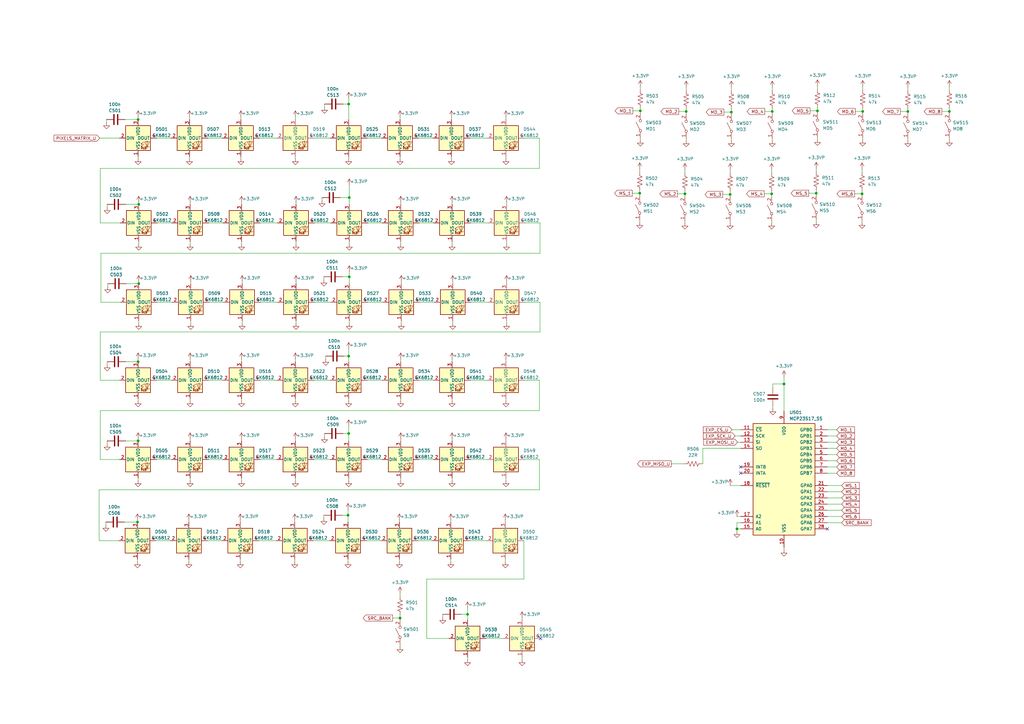
<source format=kicad_sch>
(kicad_sch (version 20231120) (generator "eeschema") (generator_version "8.0")
  (paper "A3")
  (junction (at 143.002 146.05))
  (junction (at 56.642 148.336))
  (junction (at 56.896 83.82))
  (junction (at 299.974 45.974))
  (junction (at 164.084 253.492))
  (junction (at 316.738 45.72))
  (junction (at 143.256 113.538))
  (junction (at 389.382 45.72))
  (junction (at 335.28 45.466))
  (junction (at 353.822 45.72))
  (junction (at 334.772 79.248))
  (junction (at 280.924 79.502))
  (junction (at 316.484 79.502))
  (junction (at 353.568 79.502))
  (junction (at 142.748 211.328))
  (junction (at 299.466 79.756))
  (junction (at 56.642 49.022))
  (junction (at 321.564 157.48))
  (junction (at 143.002 177.8))
  (junction (at 262.382 79.248))
  (junction (at 143.256 81.026))
  (junction (at 372.364 45.72))
  (junction (at 281.432 45.72))
  (junction (at 56.388 214.122))
  (junction (at 56.896 116.332))
  (junction (at 56.642 180.848))
  (junction (at 143.002 42.672))
  (junction (at 262.636 45.466))
  (junction (at 302.26 216.916))
  (junction (at 191.77 251.968))
  (no_connect (at 339.344 216.916))
  (no_connect (at 303.784 194.056))
  (no_connect (at 303.784 191.516))
  (no_connect (at 221.742 261.874))
  (wire (pts (xy 339.344 206.756) (xy 345.186 206.756)))
  (wire (pts (xy 193.04 155.956) (xy 199.898 155.956)))
  (wire (pts (xy 128.524 221.742) (xy 135.128 221.742)))
  (wire (pts (xy 64.516 123.952) (xy 70.612 123.952)))
  (wire (pts (xy 288.29 190.246) (xy 288.29 183.896)))
  (wire (pts (xy 316.738 44.704) (xy 316.738 45.72)))
  (wire (pts (xy 221.488 123.952) (xy 221.488 136.144)))
  (wire (pts (xy 339.344 176.276) (xy 343.154 176.276)))
  (wire (pts (xy 142.748 209.042) (xy 142.748 211.328)))
  (wire (pts (xy 280.924 69.596) (xy 280.924 70.866)))
  (wire (pts (xy 281.432 56.896) (xy 281.432 57.658)))
  (wire (pts (xy 85.598 188.468) (xy 91.44 188.468)))
  (wire (pts (xy 128.778 56.642) (xy 135.382 56.642)))
  (wire (pts (xy 132.08 81.026) (xy 132.08 82.296)))
  (wire (pts (xy 301.498 178.816) (xy 303.784 178.816)))
  (wire (pts (xy 316.738 35.814) (xy 316.738 37.084)))
  (wire (pts (xy 142.748 211.328) (xy 142.748 214.122)))
  (wire (pts (xy 171.958 188.468) (xy 177.8 188.468)))
  (wire (pts (xy 191.77 269.494) (xy 191.77 270.51)))
  (wire (pts (xy 51.054 214.122) (xy 56.388 214.122)))
  (wire (pts (xy 386.334 45.72) (xy 389.382 45.72)))
  (wire (pts (xy 339.344 183.896) (xy 343.154 183.896)))
  (wire (pts (xy 143.002 196.088) (xy 143.002 197.104)))
  (wire (pts (xy 207.518 48.006) (xy 207.518 49.022)))
  (wire (pts (xy 99.06 163.576) (xy 99.06 164.338)))
  (wire (pts (xy 78.232 115.57) (xy 78.232 116.332)))
  (wire (pts (xy 41.148 136.144) (xy 41.148 155.956)))
  (wire (pts (xy 41.402 123.952) (xy 49.276 123.952)))
  (wire (pts (xy 207.264 229.362) (xy 207.264 230.378)))
  (wire (pts (xy 40.894 56.642) (xy 49.022 56.642)))
  (wire (pts (xy 51.308 49.022) (xy 56.642 49.022)))
  (wire (pts (xy 280.924 78.486) (xy 280.924 79.502)))
  (wire (pts (xy 150.368 221.742) (xy 156.21 221.742)))
  (wire (pts (xy 133.604 146.05) (xy 133.604 147.32)))
  (wire (pts (xy 372.364 45.72) (xy 372.364 46.736)))
  (wire (pts (xy 221.234 155.956) (xy 221.234 168.402)))
  (wire (pts (xy 161.036 253.492) (xy 164.084 253.492)))
  (wire (pts (xy 339.344 188.976) (xy 343.154 188.976)))
  (wire (pts (xy 302.26 217.932) (xy 302.26 216.916)))
  (wire (pts (xy 143.256 131.572) (xy 143.256 132.588)))
  (wire (pts (xy 339.344 191.516) (xy 343.154 191.516)))
  (wire (pts (xy 353.568 78.232) (xy 353.568 79.502)))
  (wire (pts (xy 184.912 229.362) (xy 184.912 230.378)))
  (wire (pts (xy 335.28 56.388) (xy 335.28 57.15)))
  (wire (pts (xy 164.338 163.576) (xy 164.338 164.338)))
  (wire (pts (xy 143.256 81.026) (xy 143.256 83.82)))
  (wire (pts (xy 321.564 157.48) (xy 321.564 168.656)))
  (wire (pts (xy 339.344 209.296) (xy 345.186 209.296)))
  (wire (pts (xy 189.23 251.968) (xy 191.77 251.968)))
  (wire (pts (xy 121.158 196.088) (xy 121.158 197.104)))
  (wire (pts (xy 164.338 83.058) (xy 164.338 83.82)))
  (wire (pts (xy 64.262 188.468) (xy 70.358 188.468)))
  (wire (pts (xy 121.158 163.576) (xy 121.158 164.338)))
  (wire (pts (xy 132.842 113.538) (xy 132.842 114.808)))
  (wire (pts (xy 316.738 56.896) (xy 316.738 57.658)))
  (wire (pts (xy 77.978 83.058) (xy 77.978 83.82)))
  (wire (pts (xy 221.234 200.914) (xy 40.64 200.914)))
  (wire (pts (xy 51.562 83.82) (xy 56.896 83.82)))
  (wire (pts (xy 77.978 196.088) (xy 77.978 197.104)))
  (wire (pts (xy 215.138 56.642) (xy 221.234 56.642)))
  (wire (pts (xy 143.002 163.576) (xy 143.002 164.338)))
  (wire (pts (xy 185.166 64.262) (xy 185.166 65.024)))
  (wire (pts (xy 128.778 155.956) (xy 135.382 155.956)))
  (wire (pts (xy 221.234 56.642) (xy 221.234 69.088)))
  (wire (pts (xy 99.06 83.058) (xy 99.06 83.82)))
  (wire (pts (xy 99.06 147.32) (xy 99.06 148.336)))
  (wire (pts (xy 313.436 79.502) (xy 316.484 79.502)))
  (wire (pts (xy 299.974 45.974) (xy 299.974 46.736)))
  (wire (pts (xy 85.598 91.44) (xy 91.44 91.44)))
  (wire (pts (xy 335.28 44.196) (xy 335.28 45.466)))
  (wire (pts (xy 43.942 180.848) (xy 43.942 182.118)))
  (wire (pts (xy 43.942 83.82) (xy 43.942 85.09)))
  (wire (pts (xy 288.036 190.246) (xy 288.29 190.246)))
  (wire (pts (xy 41.148 168.402) (xy 41.148 188.468)))
  (wire (pts (xy 164.592 131.572) (xy 164.592 132.588)))
  (wire (pts (xy 334.772 90.17) (xy 334.772 90.932)))
  (wire (pts (xy 262.636 56.642) (xy 262.636 57.404)))
  (wire (pts (xy 99.06 99.06) (xy 99.06 100.076)))
  (wire (pts (xy 262.382 69.342) (xy 262.382 70.612)))
  (wire (pts (xy 143.256 99.06) (xy 143.256 100.076)))
  (wire (pts (xy 331.724 79.248) (xy 334.772 79.248)))
  (wire (pts (xy 339.344 194.056) (xy 343.154 194.056)))
  (wire (pts (xy 164.338 196.088) (xy 164.338 197.104)))
  (wire (pts (xy 164.338 99.06) (xy 164.338 100.076)))
  (wire (pts (xy 85.344 56.642) (xy 91.186 56.642)))
  (wire (pts (xy 150.622 188.468) (xy 156.718 188.468)))
  (wire (pts (xy 98.806 48.006) (xy 98.806 49.022)))
  (wire (pts (xy 51.562 180.848) (xy 56.642 180.848)))
  (wire (pts (xy 172.212 123.952) (xy 178.054 123.952)))
  (wire (pts (xy 316.484 69.596) (xy 316.484 70.866)))
  (wire (pts (xy 369.316 45.72) (xy 372.364 45.72)))
  (wire (pts (xy 339.344 199.136) (xy 345.186 199.136)))
  (wire (pts (xy 56.642 196.088) (xy 56.642 197.104)))
  (wire (pts (xy 207.772 131.572) (xy 207.772 132.588)))
  (wire (pts (xy 339.344 204.216) (xy 345.186 204.216)))
  (wire (pts (xy 85.852 123.952) (xy 91.694 123.952)))
  (wire (pts (xy 133.096 177.8) (xy 133.096 179.07)))
  (wire (pts (xy 207.772 99.06) (xy 207.772 100.076)))
  (wire (pts (xy 64.516 91.44) (xy 70.358 91.44)))
  (wire (pts (xy 143.256 113.538) (xy 143.256 116.332)))
  (wire (pts (xy 56.896 83.058) (xy 56.896 83.82)))
  (wire (pts (xy 335.28 45.466) (xy 335.28 46.228)))
  (wire (pts (xy 77.47 213.36) (xy 77.47 214.122)))
  (wire (pts (xy 184.912 213.36) (xy 184.912 214.122)))
  (wire (pts (xy 185.674 131.572) (xy 185.674 132.588)))
  (wire (pts (xy 56.388 229.362) (xy 56.388 230.378)))
  (wire (pts (xy 164.338 180.086) (xy 164.338 180.848)))
  (wire (pts (xy 288.29 183.896) (xy 303.784 183.896)))
  (wire (pts (xy 143.002 42.672) (xy 143.002 49.022)))
  (wire (pts (xy 299.466 199.136) (xy 303.784 199.136)))
  (wire (pts (xy 259.588 45.466) (xy 262.636 45.466)))
  (wire (pts (xy 262.382 79.248) (xy 262.382 80.264)))
  (wire (pts (xy 339.344 178.816) (xy 343.154 178.816)))
  (wire (pts (xy 56.896 99.06) (xy 56.896 100.076)))
  (wire (pts (xy 142.748 229.362) (xy 142.748 230.378)))
  (wire (pts (xy 280.924 79.502) (xy 280.924 80.518)))
  (wire (pts (xy 214.884 221.742) (xy 214.884 237.49)))
  (wire (pts (xy 191.77 249.428) (xy 191.77 251.968)))
  (wire (pts (xy 129.032 123.952) (xy 135.636 123.952)))
  (wire (pts (xy 77.978 99.06) (xy 77.978 100.076)))
  (wire (pts (xy 132.842 211.328) (xy 132.842 212.598)))
  (wire (pts (xy 334.772 79.248) (xy 334.772 80.01)))
  (wire (pts (xy 106.68 155.956) (xy 113.538 155.956)))
  (wire (pts (xy 321.564 224.536) (xy 321.564 225.552)))
  (wire (pts (xy 339.344 214.376) (xy 345.186 214.376)))
  (wire (pts (xy 207.518 196.088) (xy 207.518 197.104)))
  (wire (pts (xy 262.636 35.56) (xy 262.636 36.83)))
  (wire (pts (xy 214.122 253.492) (xy 214.122 254.254)))
  (wire (pts (xy 353.568 69.342) (xy 353.568 70.612)))
  (wire (pts (xy 77.724 48.006) (xy 77.724 49.022)))
  (wire (pts (xy 143.002 40.386) (xy 143.002 42.672)))
  (wire (pts (xy 299.974 35.814) (xy 299.974 37.084)))
  (wire (pts (xy 185.42 163.576) (xy 185.42 164.338)))
  (wire (pts (xy 207.518 163.576) (xy 207.518 164.338)))
  (wire (pts (xy 185.166 48.006) (xy 185.166 49.022)))
  (wire (pts (xy 99.314 115.57) (xy 99.314 116.332)))
  (wire (pts (xy 215.392 123.952) (xy 221.488 123.952)))
  (wire (pts (xy 299.466 79.756) (xy 299.466 80.518)))
  (wire (pts (xy 192.532 221.742) (xy 199.644 221.742)))
  (wire (pts (xy 41.148 188.468) (xy 49.022 188.468)))
  (wire (pts (xy 171.704 56.642) (xy 177.546 56.642)))
  (wire (pts (xy 171.958 155.956) (xy 177.8 155.956)))
  (wire (pts (xy 56.896 115.57) (xy 56.896 116.332)))
  (wire (pts (xy 41.148 155.956) (xy 49.022 155.956)))
  (wire (pts (xy 128.778 188.468) (xy 135.382 188.468)))
  (wire (pts (xy 51.816 116.332) (xy 56.896 116.332)))
  (wire (pts (xy 353.568 90.424) (xy 353.568 91.186)))
  (wire (pts (xy 389.382 56.642) (xy 389.382 57.404)))
  (wire (pts (xy 215.138 155.956) (xy 221.234 155.956)))
  (wire (pts (xy 98.552 229.362) (xy 98.552 230.378)))
  (wire (pts (xy 191.77 251.968) (xy 191.77 254.254)))
  (wire (pts (xy 339.344 186.436) (xy 343.154 186.436)))
  (wire (pts (xy 181.61 251.968) (xy 181.61 253.238)))
  (wire (pts (xy 185.674 115.57) (xy 185.674 116.332)))
  (wire (pts (xy 121.412 131.572) (xy 121.412 132.588)))
  (wire (pts (xy 77.978 147.32) (xy 77.978 148.336)))
  (wire (pts (xy 64.262 56.642) (xy 70.104 56.642)))
  (wire (pts (xy 150.876 91.44) (xy 156.718 91.44)))
  (wire (pts (xy 353.568 79.502) (xy 353.568 80.264)))
  (wire (pts (xy 185.42 196.088) (xy 185.42 197.104)))
  (wire (pts (xy 143.002 143.002) (xy 143.002 146.05)))
  (wire (pts (xy 316.484 90.678) (xy 316.484 91.44)))
  (wire (pts (xy 121.412 99.06) (xy 121.412 100.076)))
  (wire (pts (xy 64.262 155.956) (xy 70.358 155.956)))
  (wire (pts (xy 262.636 44.45) (xy 262.636 45.466)))
  (wire (pts (xy 164.084 64.262) (xy 164.084 65.024)))
  (wire (pts (xy 299.466 78.486) (xy 299.466 79.756)))
  (wire (pts (xy 164.592 115.57) (xy 164.592 116.332)))
  (wire (pts (xy 41.148 91.44) (xy 49.276 91.44)))
  (wire (pts (xy 164.084 252.222) (xy 164.084 253.492)))
  (wire (pts (xy 389.382 35.56) (xy 389.382 36.83)))
  (wire (pts (xy 139.7 81.026) (xy 143.256 81.026)))
  (wire (pts (xy 221.234 188.468) (xy 221.234 200.914)))
  (wire (pts (xy 334.772 77.978) (xy 334.772 79.248)))
  (wire (pts (xy 56.642 163.576) (xy 56.642 164.338)))
  (wire (pts (xy 339.344 181.356) (xy 343.154 181.356)))
  (wire (pts (xy 43.434 214.122) (xy 43.434 215.392)))
  (wire (pts (xy 77.978 180.086) (xy 77.978 180.848)))
  (wire (pts (xy 163.83 213.36) (xy 163.83 214.122)))
  (wire (pts (xy 99.314 131.572) (xy 99.314 132.588)))
  (wire (pts (xy 302.26 216.916) (xy 303.784 216.916)))
  (wire (pts (xy 163.83 229.362) (xy 163.83 230.378)))
  (wire (pts (xy 143.256 111.506) (xy 143.256 113.538)))
  (wire (pts (xy 150.622 155.956) (xy 156.718 155.956)))
  (wire (pts (xy 51.562 148.336) (xy 56.642 148.336)))
  (wire (pts (xy 215.392 91.44) (xy 221.488 91.44)))
  (wire (pts (xy 41.148 69.088) (xy 41.148 91.44)))
  (wire (pts (xy 313.69 45.72) (xy 316.738 45.72)))
  (wire (pts (xy 143.002 146.05) (xy 143.002 148.336)))
  (wire (pts (xy 98.806 64.262) (xy 98.806 65.024)))
  (wire (pts (xy 334.772 69.088) (xy 334.772 70.358)))
  (wire (pts (xy 316.992 159.004) (xy 316.992 157.48)))
  (wire (pts (xy 98.552 213.36) (xy 98.552 214.122)))
  (wire (pts (xy 262.382 90.424) (xy 262.382 91.186)))
  (wire (pts (xy 299.466 69.596) (xy 299.466 70.866)))
  (wire (pts (xy 171.958 91.44) (xy 177.8 91.44)))
  (wire (pts (xy 43.942 148.336) (xy 43.942 149.606)))
  (wire (pts (xy 207.518 64.262) (xy 207.518 65.024)))
  (wire (pts (xy 140.462 211.328) (xy 142.748 211.328)))
  (wire (pts (xy 262.382 78.232) (xy 262.382 79.248)))
  (wire (pts (xy 141.224 146.05) (xy 143.002 146.05)))
  (wire (pts (xy 207.772 115.57) (xy 207.772 116.332)))
  (wire (pts (xy 389.382 44.45) (xy 389.382 45.72)))
  (wire (pts (xy 40.64 221.742) (xy 48.768 221.742)))
  (wire (pts (xy 56.642 64.262) (xy 56.642 65.024)))
  (wire (pts (xy 214.884 237.49) (xy 175.006 237.49)))
  (wire (pts (xy 121.158 147.32) (xy 121.158 148.336)))
  (wire (pts (xy 185.42 147.32) (xy 185.42 148.336)))
  (wire (pts (xy 221.488 103.886) (xy 41.402 103.886)))
  (wire (pts (xy 316.738 45.72) (xy 316.738 46.736)))
  (wire (pts (xy 193.04 188.468) (xy 199.898 188.468)))
  (wire (pts (xy 143.002 174.752) (xy 143.002 177.8)))
  (wire (pts (xy 106.426 56.642) (xy 113.538 56.642)))
  (wire (pts (xy 353.822 56.642) (xy 353.822 57.404)))
  (wire (pts (xy 164.084 264.414) (xy 164.084 265.176)))
  (wire (pts (xy 221.488 136.144) (xy 41.148 136.144)))
  (wire (pts (xy 299.974 56.896) (xy 299.974 57.658)))
  (wire (pts (xy 64.008 221.742) (xy 69.85 221.742)))
  (wire (pts (xy 389.382 45.72) (xy 389.382 46.482)))
  (wire (pts (xy 175.006 261.874) (xy 184.15 261.874)))
  (wire (pts (xy 56.642 147.32) (xy 56.642 148.336)))
  (wire (pts (xy 296.418 79.756) (xy 299.466 79.756)))
  (wire (pts (xy 77.724 64.262) (xy 77.724 65.024)))
  (wire (pts (xy 56.642 180.086) (xy 56.642 180.848)))
  (wire (pts (xy 164.084 48.006) (xy 164.084 49.022)))
  (wire (pts (xy 296.926 45.974) (xy 299.974 45.974)))
  (wire (pts (xy 164.084 253.492) (xy 164.084 254.254)))
  (wire (pts (xy 121.412 83.058) (xy 121.412 83.82)))
  (wire (pts (xy 353.822 45.72) (xy 353.822 46.482)))
  (wire (pts (xy 133.096 42.672) (xy 133.096 43.942)))
  (wire (pts (xy 332.232 45.466) (xy 335.28 45.466)))
  (wire (pts (xy 106.68 91.44) (xy 113.792 91.44)))
  (wire (pts (xy 85.09 221.742) (xy 90.932 221.742)))
  (wire (pts (xy 207.264 213.36) (xy 207.264 214.122)))
  (wire (pts (xy 350.52 79.502) (xy 353.568 79.502)))
  (wire (pts (xy 277.876 79.502) (xy 280.924 79.502)))
  (wire (pts (xy 185.42 99.06) (xy 185.42 100.076)))
  (wire (pts (xy 171.45 221.742) (xy 177.292 221.742)))
  (wire (pts (xy 300.228 176.276) (xy 303.784 176.276)))
  (wire (pts (xy 302.514 181.356) (xy 303.784 181.356)))
  (wire (pts (xy 56.896 131.572) (xy 56.896 132.588)))
  (wire (pts (xy 175.006 237.49) (xy 175.006 261.874)))
  (wire (pts (xy 207.518 180.086) (xy 207.518 180.848)))
  (wire (pts (xy 121.158 48.006) (xy 121.158 49.022)))
  (wire (pts (xy 193.294 123.952) (xy 200.152 123.952)))
  (wire (pts (xy 302.26 211.836) (xy 303.784 211.836)))
  (wire (pts (xy 150.622 56.642) (xy 156.464 56.642)))
  (wire (pts (xy 129.032 91.44) (xy 135.636 91.44)))
  (wire (pts (xy 143.256 75.946) (xy 143.256 81.026)))
  (wire (pts (xy 77.47 229.362) (xy 77.47 230.378)))
  (wire (pts (xy 316.992 157.48) (xy 321.564 157.48)))
  (wire (pts (xy 78.232 131.572) (xy 78.232 132.588)))
  (wire (pts (xy 140.462 113.538) (xy 143.256 113.538)))
  (wire (pts (xy 278.384 45.72) (xy 281.432 45.72)))
  (wire (pts (xy 185.42 83.058) (xy 185.42 83.82)))
  (wire (pts (xy 302.26 214.376) (xy 303.784 214.376)))
  (wire (pts (xy 99.06 196.088) (xy 99.06 197.104)))
  (wire (pts (xy 185.42 180.086) (xy 185.42 180.848)))
  (wire (pts (xy 281.432 35.814) (xy 281.432 37.084)))
  (wire (pts (xy 106.172 221.742) (xy 113.284 221.742)))
  (wire (pts (xy 350.774 45.72) (xy 353.822 45.72)))
  (wire (pts (xy 121.412 115.57) (xy 121.412 116.332)))
  (wire (pts (xy 40.64 200.914) (xy 40.64 221.742)))
  (wire (pts (xy 280.924 90.678) (xy 280.924 91.44)))
  (wire (pts (xy 143.002 177.8) (xy 143.002 180.848)))
  (wire (pts (xy 99.06 180.086) (xy 99.06 180.848)))
  (wire (pts (xy 41.402 103.886) (xy 41.402 123.952)))
  (wire (pts (xy 316.992 166.624) (xy 316.992 167.64)))
  (wire (pts (xy 140.716 177.8) (xy 143.002 177.8)))
  (wire (pts (xy 215.138 188.468) (xy 221.234 188.468)))
  (wire (pts (xy 259.334 79.248) (xy 262.382 79.248)))
  (wire (pts (xy 353.822 35.56) (xy 353.822 36.83)))
  (wire (pts (xy 316.484 79.502) (xy 316.484 80.518)))
  (wire (pts (xy 140.716 42.672) (xy 143.002 42.672)))
  (wire (pts (xy 339.344 211.836) (xy 345.186 211.836)))
  (wire (pts (xy 275.336 190.246) (xy 280.416 190.246)))
  (wire (pts (xy 281.432 44.704) (xy 281.432 45.72)))
  (wire (pts (xy 372.364 56.896) (xy 372.364 57.658)))
  (wire (pts (xy 85.598 155.956) (xy 91.44 155.956)))
  (wire (pts (xy 372.364 44.704) (xy 372.364 45.72)))
  (wire (pts (xy 207.772 83.058) (xy 207.772 83.82)))
  (wire (pts (xy 120.904 213.36) (xy 120.904 214.122)))
  (wire (pts (xy 353.822 44.45) (xy 353.822 45.72)))
  (wire (pts (xy 372.364 35.814) (xy 372.364 37.084)))
  (wire (pts (xy 221.488 91.44) (xy 221.488 103.886)))
  (wire (pts (xy 302.26 216.916) (xy 302.26 214.376)))
  (wire (pts (xy 221.234 69.088) (xy 41.148 69.088)))
  (wire (pts (xy 339.344 201.676) (xy 345.186 201.676)))
  (wire (pts (xy 150.876 123.952) (xy 156.972 123.952)))
  (wire (pts (xy 316.484 78.486) (xy 316.484 79.502)))
  (wire (pts (xy 335.28 35.306) (xy 335.28 36.576)))
  (wire (pts (xy 121.158 64.262) (xy 121.158 65.024)))
  (wire (pts (xy 299.974 44.704) (xy 299.974 45.974)))
  (wire (pts (xy 207.518 147.32) (xy 207.518 148.336)))
  (wire (pts (xy 221.234 168.402) (xy 41.148 168.402)))
  (wire (pts (xy 262.636 45.466) (xy 262.636 46.482)))
  (wire (pts (xy 106.68 188.468) (xy 113.538 188.468)))
  (wire (pts (xy 199.39 261.874) (xy 206.502 261.874)))
  (wire (pts (xy 321.564 154.686) (xy 321.564 157.48)))
  (wire (pts (xy 214.122 269.494) (xy 214.122 270.51)))
  (wire (pts (xy 121.158 180.086) (xy 121.158 180.848)))
  (wire (pts (xy 77.978 163.576) (xy 77.978 164.338)))
  (wire (pts (xy 143.002 64.262) (xy 143.002 65.024)))
  (wire (pts (xy 44.196 116.332) (xy 44.196 117.602)))
  (wire (pts (xy 56.388 213.36) (xy 56.388 214.122)))
  (wire (pts (xy 281.432 45.72) (xy 281.432 46.736)))
  (wire (pts (xy 164.084 243.332) (xy 164.084 244.602)))
  (wire (pts (xy 120.904 229.362) (xy 120.904 230.378)))
  (wire (pts (xy 299.466 90.678) (xy 299.466 91.44)))
  (wire (pts (xy 192.786 56.642) (xy 199.898 56.642)))
  (wire (pts (xy 193.04 91.44) (xy 200.152 91.44)))
  (wire (pts (xy 164.338 147.32) (xy 164.338 148.336)))
  (wire (pts (xy 56.642 48.006) (xy 56.642 49.022)))
  (wire (pts (xy 43.688 49.022) (xy 43.688 50.292)))
  (wire (pts (xy 106.934 123.952) (xy 113.792 123.952)))
  (global_label "EXP_MOSI_U" (shape input) (at 302.514 181.356 180) (property "Intersheetrefs" "${INTERSHEET_REFS}" (effects (hide yes))))
  (global_label "MD_8" (shape input) (at 343.154 194.056 0) (property "Intersheetrefs" "${INTERSHEET_REFS}" (effects (hide yes))))
  (global_label "MD_6" (shape input) (at 343.154 188.976 0) (property "Intersheetrefs" "${INTERSHEET_REFS}" (effects (hide yes))))
  (global_label "MS_3" (shape output) (at 296.418 79.756 180) (property "Intersheetrefs" "${INTERSHEET_REFS}" (effects (hide yes))))
  (global_label "MD_7" (shape input) (at 343.154 191.516 0) (property "Intersheetrefs" "${INTERSHEET_REFS}" (effects (hide yes))))
  (global_label "MD_3" (shape input) (at 343.154 181.356 0) (property "Intersheetrefs" "${INTERSHEET_REFS}" (effects (hide yes))))
  (global_label "MD_1" (shape input) (at 343.154 176.276 0) (property "Intersheetrefs" "${INTERSHEET_REFS}" (effects (hide yes))))
  (global_label "MS_2" (shape output) (at 277.876 79.502 180) (property "Intersheetrefs" "${INTERSHEET_REFS}" (effects (hide yes))))
  (global_label "MS_3" (shape input) (at 345.186 204.216 0) (property "Intersheetrefs" "${INTERSHEET_REFS}" (effects (hide yes))))
  (global_label "MS_5" (shape output) (at 331.724 79.248 180) (property "Intersheetrefs" "${INTERSHEET_REFS}" (effects (hide yes))))
  (global_label "PIXELS_MATRIX_U" (shape input) (at 40.894 56.642 180) (property "Intersheetrefs" "${INTERSHEET_REFS}" (effects (hide yes))))
  (global_label "MD_1" (shape output) (at 259.588 45.466 180) (property "Intersheetrefs" "${INTERSHEET_REFS}" (effects (hide yes))))
  (global_label "MD_5" (shape output) (at 332.232 45.466 180) (property "Intersheetrefs" "${INTERSHEET_REFS}" (effects (hide yes))))
  (global_label "MD_8" (shape output) (at 386.334 45.72 180) (property "Intersheetrefs" "${INTERSHEET_REFS}" (effects (hide yes))))
  (global_label "MS_1" (shape input) (at 345.186 199.136 0) (property "Intersheetrefs" "${INTERSHEET_REFS}" (effects (hide yes))))
  (global_label "MS_6" (shape output) (at 350.52 79.502 180) (property "Intersheetrefs" "${INTERSHEET_REFS}" (effects (hide yes))))
  (global_label "MS_2" (shape input) (at 345.186 201.676 0) (property "Intersheetrefs" "${INTERSHEET_REFS}" (effects (hide yes))))
  (global_label "MD_2" (shape input) (at 343.154 178.816 0) (property "Intersheetrefs" "${INTERSHEET_REFS}" (effects (hide yes))))
  (global_label "MS_4" (shape input) (at 345.186 206.756 0) (property "Intersheetrefs" "${INTERSHEET_REFS}" (effects (hide yes))))
  (global_label "MS_4" (shape output) (at 313.436 79.502 180) (property "Intersheetrefs" "${INTERSHEET_REFS}" (effects (hide yes))))
  (global_label "SRC_BANK" (shape input) (at 345.186 214.376 0) (property "Intersheetrefs" "${INTERSHEET_REFS}" (effects (hide yes))))
  (global_label "MD_4" (shape input) (at 343.154 183.896 0) (property "Intersheetrefs" "${INTERSHEET_REFS}" (effects (hide yes))))
  (global_label "EXP_CS_U" (shape input) (at 300.228 176.276 180) (property "Intersheetrefs" "${INTERSHEET_REFS}" (effects (hide yes))))
  (global_label "MD_4" (shape output) (at 313.69 45.72 180) (property "Intersheetrefs" "${INTERSHEET_REFS}" (effects (hide yes))))
  (global_label "MD_6" (shape output) (at 350.774 45.72 180) (property "Intersheetrefs" "${INTERSHEET_REFS}" (effects (hide yes))))
  (global_label "EXP_SCK_U" (shape input) (at 301.498 178.816 180) (property "Intersheetrefs" "${INTERSHEET_REFS}" (effects (hide yes))))
  (global_label "MD_5" (shape input) (at 343.154 186.436 0) (property "Intersheetrefs" "${INTERSHEET_REFS}" (effects (hide yes))))
  (global_label "MS_1" (shape output) (at 259.334 79.248 180) (property "Intersheetrefs" "${INTERSHEET_REFS}" (effects (hide yes))))
  (global_label "MD_7" (shape output) (at 369.316 45.72 180) (property "Intersheetrefs" "${INTERSHEET_REFS}" (effects (hide yes))))
  (global_label "MS_5" (shape input) (at 345.186 209.296 0) (property "Intersheetrefs" "${INTERSHEET_REFS}" (effects (hide yes))))
  (global_label "EXP_MISO_U" (shape output) (at 275.336 190.246 180) (property "Intersheetrefs" "${INTERSHEET_REFS}" (effects (hide yes))))
  (global_label "MD_3" (shape output) (at 296.926 45.974 180) (property "Intersheetrefs" "${INTERSHEET_REFS}" (effects (hide yes))))
  (global_label "MS_6" (shape input) (at 345.186 211.836 0) (property "Intersheetrefs" "${INTERSHEET_REFS}" (effects (hide yes))))
  (global_label "MD_2" (shape output) (at 278.384 45.72 180) (property "Intersheetrefs" "${INTERSHEET_REFS}" (effects (hide yes))))
  (global_label "SRC_BANK" (shape output) (at 161.036 253.492 180) (property "Intersheetrefs" "${INTERSHEET_REFS}" (effects (hide yes))))
  (symbol (lib_id "power:+3.3V") (at 99.06 180.086 0) (unit 1)
    (property "Reference" "#PWR0544" (effects (hide yes)))
    (property "Value" "+3.3VP" (at 102.997 178.562 0))
  )
  (symbol (lib_id "LED:SK6812") (at 98.806 56.642 0) (unit 1)
    (property "Reference" "D513" (at 108.458 52.9941 0))
    (property "Value" "SK6812" (at 108.458 55.5341 0))
    (property "Footprint" "LED_SMD:LED_SK6812_PLCC4_5.0x5.0mm_P3.2mm" (effects (hide yes)))
    (property "Datasheet" "https://cdn-shop.adafruit.com/product-files/1138/SK6812+LED+datasheet+.pdf" (effects (hide yes)))
  )
  (symbol (lib_id "Device:C") (at 136.906 42.672 90) (mirror x) (unit 1)
    (property "Reference" "C513" (at 133.985 38.989 90) (effects (justify right)))
    (property "Value" "100n" (at 133.985 36.449 90) (effects (justify right)))
    (property "Footprint" "Capacitor_SMD:C_0805_2012Metric" (effects (hide yes)))
  )
  (symbol (lib_id "power:+3.3V") (at 164.338 147.32 0) (unit 1)
    (property "Reference" "#PWR0578" (effects (hide yes)))
    (property "Value" "+3.3VP" (at 168.275 145.796 0))
  )
  (symbol (lib_id "power:GND") (at 143.256 100.076 0) (unit 1)
    (property "Reference" "#PWR0563" (effects (hide yes)))
    (property "Value" "GNDA" (effects (hide yes)))
  )
  (symbol (lib_id "power:GND") (at 280.924 91.44 0) (unit 1)
    (property "Reference" "#PWR0619" (effects (hide yes)))
    (property "Value" "GNDA" (effects (hide yes)))
  )
  (symbol (lib_id "power:GND") (at 56.388 230.378 0) (unit 1)
    (property "Reference" "#PWR0523" (effects (hide yes)))
    (property "Value" "GNDA" (effects (hide yes)))
  )
  (symbol (lib_id "power:+3.3V") (at 302.26 211.836 0) (unit 1)
    (property "Reference" "#PWR0627" (effects (hide yes)))
    (property "Value" "+3.3VP" (at 297.688 210.312 0))
  )
  (symbol (lib_id "power:GND") (at 262.636 57.404 0) (unit 1)
    (property "Reference" "#PWR0617" (effects (hide yes)))
    (property "Value" "GNDA" (effects (hide yes)))
  )
  (symbol (lib_id "power:GND") (at 99.314 132.588 0) (unit 1)
    (property "Reference" "#PWR0541" (effects (hide yes)))
    (property "Value" "GNDA" (effects (hide yes)))
  )
  (symbol (lib_id "Device:C") (at 47.498 49.022 90) (mirror x) (unit 1)
    (property "Reference" "C501" (at 44.577 45.339 90) (effects (justify right)))
    (property "Value" "100n" (at 44.577 42.799 90) (effects (justify right)))
    (property "Footprint" "Capacitor_SMD:C_0805_2012Metric" (effects (hide yes)))
  )
  (symbol (lib_id "LED:SK6812") (at 77.978 155.956 0) (unit 1)
    (property "Reference" "D510" (at 87.63 152.3081 0))
    (property "Value" "SK6812" (at 87.63 154.8481 0))
    (property "Footprint" "LED_SMD:LED_SK6812_PLCC4_5.0x5.0mm_P3.2mm" (effects (hide yes)))
    (property "Datasheet" "https://cdn-shop.adafruit.com/product-files/1138/SK6812+LED+datasheet+.pdf" (effects (hide yes)))
  )
  (symbol (lib_id "power:GND") (at 207.518 65.024 0) (unit 1)
    (property "Reference" "#PWR0601" (effects (hide yes)))
    (property "Value" "GNDA" (effects (hide yes)))
  )
  (symbol (lib_id "LED:SK6812") (at 121.158 188.468 0) (unit 1)
    (property "Reference" "D523" (at 130.81 184.8201 0))
    (property "Value" "SK6812" (at 130.81 187.3601 0))
    (property "Footprint" "LED_SMD:LED_SK6812_PLCC4_5.0x5.0mm_P3.2mm" (effects (hide yes)))
    (property "Datasheet" "https://cdn-shop.adafruit.com/product-files/1138/SK6812+LED+datasheet+.pdf" (effects (hide yes)))
  )
  (symbol (lib_id "Device:R_US") (at 334.772 74.168 0) (unit 1)
    (property "Reference" "R511" (at 337.058 72.898 0) (effects (justify left)))
    (property "Value" "47k" (at 337.058 75.438 0) (effects (justify left)))
    (property "Footprint" "Resistor_SMD:R_0805_2012Metric" (effects (hide yes)))
  )
  (symbol (lib_id "power:GND") (at 56.896 132.588 0) (unit 1)
    (property "Reference" "#PWR0517" (effects (hide yes)))
    (property "Value" "GNDA" (effects (hide yes)))
  )
  (symbol (lib_id "power:+3.3V") (at 143.256 75.946 0) (unit 1)
    (property "Reference" "#PWR0562" (effects (hide yes)))
    (property "Value" "+3.3VP" (at 147.193 74.422 0))
  )
  (symbol (lib_id "power:GND") (at 77.724 65.024 0) (unit 1)
    (property "Reference" "#PWR0525" (effects (hide yes)))
    (property "Value" "GNDA" (effects (hide yes)))
  )
  (symbol (lib_id "power:+3.3V") (at 207.772 83.058 0) (unit 1)
    (property "Reference" "#PWR0604" (effects (hide yes)))
    (property "Value" "+3.3VP" (at 211.709 81.534 0))
  )
  (symbol (lib_id "Device:C") (at 316.992 162.814 0) (unit 1)
    (property "Reference" "C507" (at 313.944 161.544 0) (effects (justify right)))
    (property "Value" "100n" (at 313.944 164.084 0) (effects (justify right)))
    (property "Footprint" "Capacitor_SMD:C_0805_2012Metric" (effects (hide yes)))
  )
  (symbol (lib_id "power:GND") (at 353.568 91.186 0) (unit 1)
    (property "Reference" "#PWR0641" (effects (hide yes)))
    (property "Value" "GNDA" (effects (hide yes)))
  )
  (symbol (lib_id "power:+3.3V") (at 207.772 115.57 0) (unit 1)
    (property "Reference" "#PWR0606" (effects (hide yes)))
    (property "Value" "+3.3VP" (at 211.709 114.046 0))
  )
  (symbol (lib_id "power:GND") (at 121.158 197.104 0) (unit 1)
    (property "Reference" "#PWR0557" (effects (hide yes)))
    (property "Value" "GNDA" (effects (hide yes)))
  )
  (symbol (lib_id "Device:R_US") (at 316.484 74.676 0) (unit 1)
    (property "Reference" "R509" (at 318.77 73.406 0) (effects (justify left)))
    (property "Value" "47k" (at 318.77 75.946 0) (effects (justify left)))
    (property "Footprint" "Resistor_SMD:R_0805_2012Metric" (effects (hide yes)))
  )
  (symbol (lib_id "power:GND") (at 207.518 164.338 0) (unit 1)
    (property "Reference" "#PWR0609" (effects (hide yes)))
    (property "Value" "GNDA" (effects (hide yes)))
  )
  (symbol (lib_id "power:GND") (at 321.564 225.552 0) (unit 1)
    (property "Reference" "#PWR0635" (effects (hide yes)))
    (property "Value" "GNDA" (effects (hide yes)))
  )
  (symbol (lib_id "power:+3.3V") (at 56.896 83.058 0) (unit 1)
    (property "Reference" "#PWR0514" (effects (hide yes)))
    (property "Value" "+3.3VP" (at 60.833 81.534 0))
  )
  (symbol (lib_id "power:+3.3V") (at 78.232 115.57 0) (unit 1)
    (property "Reference" "#PWR0528" (effects (hide yes)))
    (property "Value" "+3.3VP" (at 82.169 114.046 0))
  )
  (symbol (lib_id "power:GND") (at 121.412 100.076 0) (unit 1)
    (property "Reference" "#PWR0551" (effects (hide yes)))
    (property "Value" "GNDA" (effects (hide yes)))
  )
  (symbol (lib_id "LED:SK6812") (at 185.42 188.468 0) (unit 1)
    (property "Reference" "D542" (at 195.072 184.8201 0))
    (property "Value" "SK6812" (at 195.072 187.3601 0))
    (property "Footprint" "LED_SMD:LED_SK6812_PLCC4_5.0x5.0mm_P3.2mm" (effects (hide yes)))
    (property "Datasheet" "https://cdn-shop.adafruit.com/product-files/1138/SK6812+LED+datasheet+.pdf" (effects (hide yes)))
  )
  (symbol (lib_id "LED:SK6812") (at 56.642 56.642 0) (unit 1)
    (property "Reference" "D501" (at 66.294 52.9941 0))
    (property "Value" "SK6812" (at 66.294 55.5341 0))
    (property "Footprint" "LED_SMD:LED_SK6812_PLCC4_5.0x5.0mm_P3.2mm" (effects (hide yes)))
    (property "Datasheet" "https://cdn-shop.adafruit.com/product-files/1138/SK6812+LED+datasheet+.pdf" (effects (hide yes)))
  )
  (symbol (lib_id "Switch:SW_SPST") (at 262.636 51.562 90) (unit 1)
    (property "Reference" "SW503" (at 264.795 50.292 90) (effects (justify right)))
    (property "Value" "MD1" (at 264.795 52.832 90) (effects (justify right)))
    (property "Footprint" "Button_Switch_THT:SW_PUSH_6mm" (effects (hide yes)))
  )
  (symbol (lib_id "Switch:SW_SPST") (at 335.28 51.308 90) (unit 1)
    (property "Reference" "SW511" (at 337.439 50.038 90) (effects (justify right)))
    (property "Value" "MD5" (at 337.439 52.578 90) (effects (justify right)))
    (property "Footprint" "Button_Switch_THT:SW_PUSH_6mm" (effects (hide yes)))
  )
  (symbol (lib_id "power:+3.3V") (at 164.338 180.086 0) (unit 1)
    (property "Reference" "#PWR0580" (effects (hide yes)))
    (property "Value" "+3.3VP" (at 168.275 178.562 0))
  )
  (symbol (lib_id "power:GND") (at 299.974 57.658 0) (unit 1)
    (property "Reference" "#PWR0626" (effects (hide yes)))
    (property "Value" "GNDA" (effects (hide yes)))
  )
  (symbol (lib_id "power:GND") (at 77.978 164.338 0) (unit 1)
    (property "Reference" "#PWR0531" (effects (hide yes)))
    (property "Value" "GNDA" (effects (hide yes)))
  )
  (symbol (lib_id "power:+3.3V") (at 335.28 35.306 0) (unit 1)
    (property "Reference" "#PWR0638" (effects (hide yes)))
    (property "Value" "+3.3VP" (at 335.28 30.861 0))
  )
  (symbol (lib_id "power:GND") (at 77.978 197.104 0) (unit 1)
    (property "Reference" "#PWR0533" (effects (hide yes)))
    (property "Value" "GNDA" (effects (hide yes)))
  )
  (symbol (lib_id "LED:SK6812") (at 185.674 123.952 0) (unit 1)
    (property "Reference" "D540" (at 195.326 120.3041 0))
    (property "Value" "SK6812" (at 195.326 122.8441 0))
    (property "Footprint" "LED_SMD:LED_SK6812_PLCC4_5.0x5.0mm_P3.2mm" (effects (hide yes)))
    (property "Datasheet" "https://cdn-shop.adafruit.com/product-files/1138/SK6812+LED+datasheet+.pdf" (effects (hide yes)))
  )
  (symbol (lib_id "power:GND") (at 78.232 132.588 0) (unit 1)
    (property "Reference" "#PWR0529" (effects (hide yes)))
    (property "Value" "GNDA" (effects (hide yes)))
  )
  (symbol (lib_id "power:+3.3V") (at 121.158 180.086 0) (unit 1)
    (property "Reference" "#PWR0556" (effects (hide yes)))
    (property "Value" "+3.3VP" (at 125.095 178.562 0))
  )
  (symbol (lib_id "Device:C") (at 47.752 83.82 90) (mirror x) (unit 1)
    (property "Reference" "C502" (at 44.831 80.137 90) (effects (justify right)))
    (property "Value" "100n" (at 44.831 77.597 90) (effects (justify right)))
    (property "Footprint" "Capacitor_SMD:C_0805_2012Metric" (effects (hide yes)))
  )
  (symbol (lib_id "power:GND") (at 191.77 270.51 0) (unit 1)
    (property "Reference" "#PWR0589" (effects (hide yes)))
    (property "Value" "GNDA" (effects (hide yes)))
  )
  (symbol (lib_id "LED:SK6812") (at 121.412 91.44 0) (unit 1)
    (property "Reference" "D520" (at 131.064 87.7921 0))
    (property "Value" "SK6812" (at 131.064 90.3321 0))
    (property "Footprint" "LED_SMD:LED_SK6812_PLCC4_5.0x5.0mm_P3.2mm" (effects (hide yes)))
    (property "Datasheet" "https://cdn-shop.adafruit.com/product-files/1138/SK6812+LED+datasheet+.pdf" (effects (hide yes)))
  )
  (symbol (lib_id "power:+3.3V") (at 56.642 48.006 0) (unit 1)
    (property "Reference" "#PWR0512" (effects (hide yes)))
    (property "Value" "+3.3VP" (at 60.579 46.482 0))
  )
  (symbol (lib_id "power:GND") (at 316.738 57.658 0) (unit 1)
    (property "Reference" "#PWR0632" (effects (hide yes)))
    (property "Value" "GNDA" (effects (hide yes)))
  )
  (symbol (lib_id "power:GND") (at 207.772 132.588 0) (unit 1)
    (property "Reference" "#PWR0607" (effects (hide yes)))
    (property "Value" "GNDA" (effects (hide yes)))
  )
  (symbol (lib_id "power:+3.3V") (at 353.568 69.342 0) (unit 1)
    (property "Reference" "#PWR0640" (effects (hide yes)))
    (property "Value" "+3.3VP" (at 353.568 64.897 0))
  )
  (symbol (lib_id "Device:C") (at 47.244 214.122 90) (mirror x) (unit 1)
    (property "Reference" "C506" (at 44.323 210.439 90) (effects (justify right)))
    (property "Value" "100n" (at 44.323 207.899 90) (effects (justify right)))
    (property "Footprint" "Capacitor_SMD:C_0805_2012Metric" (effects (hide yes)))
  )
  (symbol (lib_id "Device:C") (at 47.752 180.848 90) (mirror x) (unit 1)
    (property "Reference" "C505" (at 44.831 177.165 90) (effects (justify right)))
    (property "Value" "100n" (at 44.831 174.625 90) (effects (justify right)))
    (property "Footprint" "Capacitor_SMD:C_0805_2012Metric" (effects (hide yes)))
  )
  (symbol (lib_id "power:+3.3V") (at 207.518 180.086 0) (unit 1)
    (property "Reference" "#PWR0610" (effects (hide yes)))
    (property "Value" "+3.3VP" (at 211.455 178.562 0))
  )
  (symbol (lib_id "power:+3.3V") (at 299.466 199.136 0) (unit 1)
    (property "Reference" "#PWR0624" (effects (hide yes)))
    (property "Value" "+3.3VP" (at 295.148 197.612 0))
  )
  (symbol (lib_id "LED:SK6812") (at 191.77 261.874 0) (unit 1)
    (property "Reference" "D538" (at 201.422 258.2261 0))
    (property "Value" "SK6812" (at 201.422 260.7661 0))
    (property "Footprint" "LED_SMD:LED_SK6812_PLCC4_5.0x5.0mm_P3.2mm" (effects (hide yes)))
    (property "Datasheet" "https://cdn-shop.adafruit.com/product-files/1138/SK6812+LED+datasheet+.pdf" (effects (hide yes)))
  )
  (symbol (lib_id "power:GND") (at 181.61 253.238 0) (unit 1)
    (property "Reference" "#PWR0836" (effects (hide yes)))
    (property "Value" "GNDA" (effects (hide yes)))
  )
  (symbol (lib_id "LED:SK6812") (at 99.06 91.44 0) (unit 1)
    (property "Reference" "D514" (at 108.712 87.7921 0))
    (property "Value" "SK6812" (at 108.712 90.3321 0))
    (property "Footprint" "LED_SMD:LED_SK6812_PLCC4_5.0x5.0mm_P3.2mm" (effects (hide yes)))
    (property "Datasheet" "https://cdn-shop.adafruit.com/product-files/1138/SK6812+LED+datasheet+.pdf" (effects (hide yes)))
  )
  (symbol (lib_id "power:GND") (at 207.518 197.104 0) (unit 1)
    (property "Reference" "#PWR0611" (effects (hide yes)))
    (property "Value" "GNDA" (effects (hide yes)))
  )
  (symbol (lib_id "Device:C") (at 47.752 148.336 90) (mirror x) (unit 1)
    (property "Reference" "C504" (at 44.831 144.653 90) (effects (justify right)))
    (property "Value" "100n" (at 44.831 142.113 90) (effects (justify right)))
    (property "Footprint" "Capacitor_SMD:C_0805_2012Metric" (effects (hide yes)))
  )
  (symbol (lib_id "power:GND") (at 207.772 100.076 0) (unit 1)
    (property "Reference" "#PWR0605" (effects (hide yes)))
    (property "Value" "GNDA" (effects (hide yes)))
  )
  (symbol (lib_id "power:GND") (at 143.002 65.024 0) (unit 1)
    (property "Reference" "#PWR0561" (effects (hide yes)))
    (property "Value" "GNDA" (effects (hide yes)))
  )
  (symbol (lib_id "LED:SK6812") (at 99.314 123.952 0) (unit 1)
    (property "Reference" "D515" (at 108.966 120.3041 0))
    (property "Value" "SK6812" (at 108.966 122.8441 0))
    (property "Footprint" "LED_SMD:LED_SK6812_PLCC4_5.0x5.0mm_P3.2mm" (effects (hide yes)))
    (property "Datasheet" "https://cdn-shop.adafruit.com/product-files/1138/SK6812+LED+datasheet+.pdf" (effects (hide yes)))
  )
  (symbol (lib_id "power:GND") (at 316.484 91.44 0) (unit 1)
    (property "Reference" "#PWR0630" (effects (hide yes)))
    (property "Value" "GNDA" (effects (hide yes)))
  )
  (symbol (lib_id "power:+3.3V") (at 99.314 115.57 0) (unit 1)
    (property "Reference" "#PWR0540" (effects (hide yes)))
    (property "Value" "+3.3VP" (at 103.251 114.046 0))
  )
  (symbol (lib_id "Device:C") (at 136.652 211.328 90) (mirror x) (unit 1)
    (property "Reference" "C508" (at 133.731 207.645 90) (effects (justify right)))
    (property "Value" "100n" (at 133.731 205.105 90) (effects (justify right)))
    (property "Footprint" "Capacitor_SMD:C_0805_2012Metric" (effects (hide yes)))
  )
  (symbol (lib_id "Device:R_US") (at 299.466 74.676 0) (unit 1)
    (property "Reference" "R507" (at 301.752 73.406 0) (effects (justify left)))
    (property "Value" "47k" (at 301.752 75.946 0) (effects (justify left)))
    (property "Footprint" "Resistor_SMD:R_0805_2012Metric" (effects (hide yes)))
  )
  (symbol (lib_id "LED:SK6812") (at 214.122 261.874 0) (unit 1)
    (property "Reference" "D545" (at 223.774 258.2261 0))
    (property "Value" "SK6812" (at 223.774 260.7661 0))
    (property "Footprint" "LED_SMD:LED_SK6812_PLCC4_5.0x5.0mm_P3.2mm" (effects (hide yes)))
    (property "Datasheet" "https://cdn-shop.adafruit.com/product-files/1138/SK6812+LED+datasheet+.pdf" (effects (hide yes)))
  )
  (symbol (lib_id "LED:SK6812") (at 185.42 155.956 0) (unit 1)
    (property "Reference" "D541" (at 195.072 152.3081 0))
    (property "Value" "SK6812" (at 195.072 154.8481 0))
    (property "Footprint" "LED_SMD:LED_SK6812_PLCC4_5.0x5.0mm_P3.2mm" (effects (hide yes)))
    (property "Datasheet" "https://cdn-shop.adafruit.com/product-files/1138/SK6812+LED+datasheet+.pdf" (effects (hide yes)))
  )
  (symbol (lib_id "power:GND") (at 99.06 164.338 0) (unit 1)
    (property "Reference" "#PWR0543" (effects (hide yes)))
    (property "Value" "GNDA" (effects (hide yes)))
  )
  (symbol (lib_id "power:+3.3V") (at 120.904 213.36 0) (unit 1)
    (property "Reference" "#PWR0558" (effects (hide yes)))
    (property "Value" "+3.3VP" (at 124.841 211.836 0))
  )
  (symbol (lib_id "power:+3.3V") (at 299.974 35.814 0) (unit 1)
    (property "Reference" "#PWR0625" (effects (hide yes)))
    (property "Value" "+3.3VP" (at 299.974 31.369 0))
  )
  (symbol (lib_id "power:GND") (at 143.002 164.338 0) (unit 1)
    (property "Reference" "#PWR0567" (effects (hide yes)))
    (property "Value" "GNDA" (effects (hide yes)))
  )
  (symbol (lib_id "power:GND") (at 121.158 164.338 0) (unit 1)
    (property "Reference" "#PWR0555" (effects (hide yes)))
    (property "Value" "GNDA" (effects (hide yes)))
  )
  (symbol (lib_id "power:GND") (at 143.256 132.588 0) (unit 1)
    (property "Reference" "#PWR0565" (effects (hide yes)))
    (property "Value" "GNDA" (effects (hide yes)))
  )
  (symbol (lib_id "LED:SK6812") (at 99.06 155.956 0) (unit 1)
    (property "Reference" "D516" (at 108.712 152.3081 0))
    (property "Value" "SK6812" (at 108.712 154.8481 0))
    (property "Footprint" "LED_SMD:LED_SK6812_PLCC4_5.0x5.0mm_P3.2mm" (effects (hide yes)))
    (property "Datasheet" "https://cdn-shop.adafruit.com/product-files/1138/SK6812+LED+datasheet+.pdf" (effects (hide yes)))
  )
  (symbol (lib_id "power:+3.3V") (at 77.978 147.32 0) (unit 1)
    (property "Reference" "#PWR0530" (effects (hide yes)))
    (property "Value" "+3.3VP" (at 81.915 145.796 0))
  )
  (symbol (lib_id "power:GND") (at 143.002 197.104 0) (unit 1)
    (property "Reference" "#PWR0569" (effects (hide yes)))
    (property "Value" "GNDA" (effects (hide yes)))
  )
  (symbol (lib_id "Device:R_US") (at 299.974 40.894 0) (unit 1)
    (property "Reference" "R508" (at 302.26 39.624 0) (effects (justify left)))
    (property "Value" "47k" (at 302.26 42.164 0) (effects (justify left)))
    (property "Footprint" "Resistor_SMD:R_0805_2012Metric" (effects (hide yes)))
  )
  (symbol (lib_id "power:+3.3V") (at 143.256 111.506 0) (unit 1)
    (property "Reference" "#PWR0564" (effects (hide yes)))
    (property "Value" "+3.3VP" (at 147.193 109.982 0))
  )
  (symbol (lib_id "LED:SK6812") (at 143.002 155.956 0) (unit 1)
    (property "Reference" "D528" (at 152.654 152.3081 0))
    (property "Value" "SK6812" (at 152.654 154.8481 0))
    (property "Footprint" "LED_SMD:LED_SK6812_PLCC4_5.0x5.0mm_P3.2mm" (effects (hide yes)))
    (property "Datasheet" "https://cdn-shop.adafruit.com/product-files/1138/SK6812+LED+datasheet+.pdf" (effects (hide yes)))
  )
  (symbol (lib_id "power:+3.3V") (at 184.912 213.36 0) (unit 1)
    (property "Reference" "#PWR0598" (effects (hide yes)))
    (property "Value" "+3.3VP" (at 188.849 211.836 0))
  )
  (symbol (lib_id "power:+3.3V") (at 185.674 115.57 0) (unit 1)
    (property "Reference" "#PWR0592" (effects (hide yes)))
    (property "Value" "+3.3VP" (at 189.611 114.046 0))
  )
  (symbol (lib_id "power:GND") (at 44.196 117.602 0) (unit 1)
    (property "Reference" "#PWR0508" (effects (hide yes)))
    (property "Value" "GNDA" (effects (hide yes)))
  )
  (symbol (lib_id "Device:R_US") (at 316.738 40.894 0) (unit 1)
    (property "Reference" "R510" (at 319.024 39.624 0) (effects (justify left)))
    (property "Value" "47k" (at 319.024 42.164 0) (effects (justify left)))
    (property "Footprint" "Resistor_SMD:R_0805_2012Metric" (effects (hide yes)))
  )
  (symbol (lib_id "power:GND") (at 302.26 217.932 0) (unit 1)
    (property "Reference" "#PWR0628" (effects (hide yes)))
    (property "Value" "GNDA" (effects (hide yes)))
  )
  (symbol (lib_id "Switch:SW_SPST") (at 299.974 51.816 90) (unit 1)
    (property "Reference" "SW507" (at 301.879 50.546 90) (effects (justify right)))
    (property "Value" "MD3" (at 301.879 53.086 90) (effects (justify right)))
    (property "Footprint" "Button_Switch_THT:SW_PUSH_6mm" (effects (hide yes)))
  )
  (symbol (lib_id "power:GND") (at 98.552 230.378 0) (unit 1)
    (property "Reference" "#PWR0547" (effects (hide yes)))
    (property "Value" "GNDA" (effects (hide yes)))
  )
  (symbol (lib_id "power:+3.3V") (at 353.822 35.56 0) (unit 1)
    (property "Reference" "#PWR0642" (effects (hide yes)))
    (property "Value" "+3.3VP" (at 353.822 31.115 0))
  )
  (symbol (lib_id "power:GND") (at 56.642 197.104 0) (unit 1)
    (property "Reference" "#PWR0521" (effects (hide yes)))
    (property "Value" "GNDA" (effects (hide yes)))
  )
  (symbol (lib_id "LED:SK6812") (at 143.256 91.44 0) (unit 1)
    (property "Reference" "D526" (at 152.908 87.7921 0))
    (property "Value" "SK6812" (at 152.908 90.3321 0))
    (property "Footprint" "LED_SMD:LED_SK6812_PLCC4_5.0x5.0mm_P3.2mm" (effects (hide yes)))
    (property "Datasheet" "https://cdn-shop.adafruit.com/product-files/1138/SK6812+LED+datasheet+.pdf" (effects (hide yes)))
  )
  (symbol (lib_id "power:+3.3V") (at 142.748 209.042 0) (unit 1)
    (property "Reference" "#PWR0570" (effects (hide yes)))
    (property "Value" "+3.3VP" (at 146.685 207.518 0))
  )
  (symbol (lib_id "power:GND") (at 43.942 85.09 0) (unit 1)
    (property "Reference" "#PWR0507" (effects (hide yes)))
    (property "Value" "GNDA" (effects (hide yes)))
  )
  (symbol (lib_id "power:+3.3V") (at 164.338 83.058 0) (unit 1)
    (property "Reference" "#PWR0574" (effects (hide yes)))
    (property "Value" "+3.3VP" (at 168.275 81.534 0))
  )
  (symbol (lib_id "power:+3.3V") (at 163.83 213.36 0) (unit 1)
    (property "Reference" "#PWR0582" (effects (hide yes)))
    (property "Value" "+3.3VP" (at 167.767 211.836 0))
  )
  (symbol (lib_id "LED:SK6812") (at 207.518 188.468 0) (unit 1)
    (property "Reference" "D549" (at 217.17 184.8201 0))
    (property "Value" "SK6812" (at 217.17 187.3601 0))
    (property "Footprint" "LED_SMD:LED_SK6812_PLCC4_5.0x5.0mm_P3.2mm" (effects (hide yes)))
    (property "Datasheet" "https://cdn-shop.adafruit.com/product-files/1138/SK6812+LED+datasheet+.pdf" (effects (hide yes)))
  )
  (symbol (lib_id "power:+3.3V") (at 98.806 48.006 0) (unit 1)
    (property "Reference" "#PWR0536" (effects (hide yes)))
    (property "Value" "+3.3VP" (at 102.743 46.482 0))
  )
  (symbol (lib_id "power:+3.3V") (at 143.002 174.752 0) (unit 1)
    (property "Reference" "#PWR0568" (effects (hide yes)))
    (property "Value" "+3.3VP" (at 146.939 173.228 0))
  )
  (symbol (lib_id "LED:SK6812") (at 207.518 155.956 0) (unit 1)
    (property "Reference" "D548" (at 217.17 152.3081 0))
    (property "Value" "SK6812" (at 217.17 154.8481 0))
    (property "Footprint" "LED_SMD:LED_SK6812_PLCC4_5.0x5.0mm_P3.2mm" (effects (hide yes)))
    (property "Datasheet" "https://cdn-shop.adafruit.com/product-files/1138/SK6812+LED+datasheet+.pdf" (effects (hide yes)))
  )
  (symbol (lib_id "power:GND") (at 164.084 265.176 0) (unit 1)
    (property "Reference" "#PWR0585" (effects (hide yes)))
    (property "Value" "GNDA" (effects (hide yes)))
  )
  (symbol (lib_id "power:GND") (at 99.06 197.104 0) (unit 1)
    (property "Reference" "#PWR0545" (effects (hide yes)))
    (property "Value" "GNDA" (effects (hide yes)))
  )
  (symbol (lib_id "LED:SK6812") (at 164.338 91.44 0) (unit 1)
    (property "Reference" "D532" (at 173.99 87.7921 0))
    (property "Value" "SK6812" (at 173.99 90.3321 0))
    (property "Footprint" "LED_SMD:LED_SK6812_PLCC4_5.0x5.0mm_P3.2mm" (effects (hide yes)))
    (property "Datasheet" "https://cdn-shop.adafruit.com/product-files/1138/SK6812+LED+datasheet+.pdf" (effects (hide yes)))
  )
  (symbol (lib_id "power:GND") (at 164.592 132.588 0) (unit 1)
    (property "Reference" "#PWR0577" (effects (hide yes)))
    (property "Value" "GNDA" (effects (hide yes)))
  )
  (symbol (lib_id "power:GND") (at 56.896 100.076 0) (unit 1)
    (property "Reference" "#PWR0515" (effects (hide yes)))
    (property "Value" "GNDA" (effects (hide yes)))
  )
  (symbol (lib_id "LED:SK6812") (at 121.412 123.952 0) (unit 1)
    (property "Reference" "D521" (at 131.064 120.3041 0))
    (property "Value" "SK6812" (at 131.064 122.8441 0))
    (property "Footprint" "LED_SMD:LED_SK6812_PLCC4_5.0x5.0mm_P3.2mm" (effects (hide yes)))
    (property "Datasheet" "https://cdn-shop.adafruit.com/product-files/1138/SK6812+LED+datasheet+.pdf" (effects (hide yes)))
  )
  (symbol (lib_id "power:GND") (at 121.158 65.024 0) (unit 1)
    (property "Reference" "#PWR0549" (effects (hide yes)))
    (property "Value" "GNDA" (effects (hide yes)))
  )
  (symbol (lib_id "Device:C") (at 135.89 81.026 90) (mirror x) (unit 1)
    (property "Reference" "C512" (at 132.969 77.343 90) (effects (justify right)))
    (property "Value" "100n" (at 132.969 74.803 90) (effects (justify right)))
    (property "Footprint" "Capacitor_SMD:C_0805_2012Metric" (effects (hide yes)))
  )
  (symbol (lib_id "power:GND") (at 120.904 230.378 0) (unit 1)
    (property "Reference" "#PWR0559" (effects (hide yes)))
    (property "Value" "GNDA" (effects (hide yes)))
  )
  (symbol (lib_id "Switch:SW_SPST") (at 334.772 85.09 90) (unit 1)
    (property "Reference" "SW510" (at 336.042 83.82 90) (effects (justify right)))
    (property "Value" "MS5" (at 336.042 86.36 90) (effects (justify right)))
    (property "Footprint" "Button_Switch_THT:SW_PUSH_6mm" (effects (hide yes)))
  )
  (symbol (lib_id "power:GND") (at 262.382 91.186 0) (unit 1)
    (property "Reference" "#PWR0615" (effects (hide yes)))
    (property "Value" "GNDA" (effects (hide yes)))
  )
  (symbol (lib_id "Switch:SW_SPST") (at 372.364 51.816 90) (unit 1)
    (property "Reference" "SW514" (at 374.142 50.546 90) (effects (justify right)))
    (property "Value" "MD7" (at 374.142 53.086 90) (effects (justify right)))
    (property "Footprint" "Button_Switch_THT:SW_PUSH_6mm" (effects (hide yes)))
  )
  (symbol (lib_id "LED:SK6812") (at 78.232 123.952 0) (unit 1)
    (property "Reference" "D509" (at 87.884 120.3041 0))
    (property "Value" "SK6812" (at 87.884 122.8441 0))
    (property "Footprint" "LED_SMD:LED_SK6812_PLCC4_5.0x5.0mm_P3.2mm" (effects (hide yes)))
    (property "Datasheet" "https://cdn-shop.adafruit.com/product-files/1138/SK6812+LED+datasheet+.pdf" (effects (hide yes)))
  )
  (symbol (lib_id "power:GND") (at 99.06 100.076 0) (unit 1)
    (property "Reference" "#PWR0539" (effects (hide yes)))
    (property "Value" "GNDA" (effects (hide yes)))
  )
  (symbol (lib_id "power:GND") (at 353.822 57.404 0) (unit 1)
    (property "Reference" "#PWR0643" (effects (hide yes)))
    (property "Value" "GNDA" (effects (hide yes)))
  )
  (symbol (lib_id "LED:SK6812") (at 143.256 123.952 0) (unit 1)
    (property "Reference" "D527" (at 152.908 120.3041 0))
    (property "Value" "SK6812" (at 152.908 122.8441 0))
    (property "Footprint" "LED_SMD:LED_SK6812_PLCC4_5.0x5.0mm_P3.2mm" (effects (hide yes)))
    (property "Datasheet" "https://cdn-shop.adafruit.com/product-files/1138/SK6812+LED+datasheet+.pdf" (effects (hide yes)))
  )
  (symbol (lib_id "LED:SK6812") (at 121.158 155.956 0) (unit 1)
    (property "Reference" "D522" (at 130.81 152.3081 0))
    (property "Value" "SK6812" (at 130.81 154.8481 0))
    (property "Footprint" "LED_SMD:LED_SK6812_PLCC4_5.0x5.0mm_P3.2mm" (effects (hide yes)))
    (property "Datasheet" "https://cdn-shop.adafruit.com/product-files/1138/SK6812+LED+datasheet+.pdf" (effects (hide yes)))
  )
  (symbol (lib_id "Device:R_US") (at 280.924 74.676 0) (unit 1)
    (property "Reference" "R504" (at 283.21 73.406 0) (effects (justify left)))
    (property "Value" "47k" (at 283.21 75.946 0) (effects (justify left)))
    (property "Footprint" "Resistor_SMD:R_0805_2012Metric" (effects (hide yes)))
  )
  (symbol (lib_id "LED:SK6812") (at 185.42 91.44 0) (unit 1)
    (property "Reference" "D539" (at 195.072 87.7921 0))
    (property "Value" "SK6812" (at 195.072 90.3321 0))
    (property "Footprint" "LED_SMD:LED_SK6812_PLCC4_5.0x5.0mm_P3.2mm" (effects (hide yes)))
    (property "Datasheet" "https://cdn-shop.adafruit.com/product-files/1138/SK6812+LED+datasheet+.pdf" (effects (hide yes)))
  )
  (symbol (lib_id "Switch:SW_SPST") (at 299.466 85.598 90) (unit 1)
    (property "Reference" "SW506" (at 301.752 84.328 90) (effects (justify right)))
    (property "Value" "MS3" (at 301.752 86.868 90) (effects (justify right)))
    (property "Footprint" "Button_Switch_THT:SW_PUSH_6mm" (effects (hide yes)))
  )
  (symbol (lib_id "power:+3.3V") (at 185.166 48.006 0) (unit 1)
    (property "Reference" "#PWR0586" (effects (hide yes)))
    (property "Value" "+3.3VP" (at 189.103 46.482 0))
  )
  (symbol (lib_id "power:GND") (at 207.264 230.378 0) (unit 1)
    (property "Reference" "#PWR0613" (effects (hide yes)))
    (property "Value" "GNDA" (effects (hide yes)))
  )
  (symbol (lib_id "power:GND") (at 132.08 82.296 0) (unit 1)
    (property "Reference" "#PWR0834" (effects (hide yes)))
    (property "Value" "GNDA" (effects (hide yes)))
  )
  (symbol (lib_id "power:+3.3V") (at 77.724 48.006 0) (unit 1)
    (property "Reference" "#PWR0524" (effects (hide yes)))
    (property "Value" "+3.3VP" (at 81.661 46.482 0))
  )
  (symbol (lib_id "power:+3.3V") (at 185.42 147.32 0) (unit 1)
    (property "Reference" "#PWR0594" (effects (hide yes)))
    (property "Value" "+3.3VP" (at 189.357 145.796 0))
  )
  (symbol (lib_id "power:GND") (at 164.338 164.338 0) (unit 1)
    (property "Reference" "#PWR0579" (effects (hide yes)))
    (property "Value" "GNDA" (effects (hide yes)))
  )
  (symbol (lib_id "Switch:SW_SPST") (at 316.484 85.598 90) (unit 1)
    (property "Reference" "SW508" (at 318.389 84.328 90) (effects (justify right)))
    (property "Value" "MS4" (at 318.389 86.868 90) (effects (justify right)))
    (property "Footprint" "Button_Switch_THT:SW_PUSH_6mm" (effects (hide yes)))
  )
  (symbol (lib_id "Device:C") (at 48.006 116.332 90) (mirror x) (unit 1)
    (property "Reference" "C503" (at 45.085 112.649 90) (effects (justify right)))
    (property "Value" "100n" (at 45.085 110.109 90) (effects (justify right)))
    (property "Footprint" "Capacitor_SMD:C_0805_2012Metric" (effects (hide yes)))
  )
  (symbol (lib_id "Switch:SW_SPST") (at 353.822 51.562 90) (unit 1)
    (property "Reference" "SW513" (at 355.092 50.292 90) (effects (justify right)))
    (property "Value" "MD6" (at 355.092 52.832 90) (effects (justify right)))
    (property "Footprint" "Button_Switch_THT:SW_PUSH_6mm" (effects (hide yes)))
  )
  (symbol (lib_id "power:GND") (at 281.432 57.658 0) (unit 1)
    (property "Reference" "#PWR0621" (effects (hide yes)))
    (property "Value" "GNDA" (effects (hide yes)))
  )
  (symbol (lib_id "LED:SK6812") (at 164.338 155.956 0) (unit 1)
    (property "Reference" "D534" (at 173.99 152.3081 0))
    (property "Value" "SK6812" (at 173.99 154.8481 0))
    (property "Footprint" "LED_SMD:LED_SK6812_PLCC4_5.0x5.0mm_P3.2mm" (effects (hide yes)))
    (property "Datasheet" "https://cdn-shop.adafruit.com/product-files/1138/SK6812+LED+datasheet+.pdf" (effects (hide yes)))
  )
  (symbol (lib_id "Switch:SW_SPST") (at 281.432 51.816 90) (unit 1)
    (property "Reference" "SW505" (at 282.829 50.546 90) (effects (justify right)))
    (property "Value" "MD2" (at 282.829 53.086 90) (effects (justify right)))
    (property "Footprint" "Button_Switch_THT:SW_PUSH_6mm" (effects (hide yes)))
  )
  (symbol (lib_id "Switch:SW_SPST") (at 164.084 259.334 90) (unit 1)
    (property "Reference" "SW501" (at 165.354 258.0639 90) (effects (justify right)))
    (property "Value" "SB" (at 165.354 260.6039 90) (effects (justify right)))
    (property "Footprint" "Button_Switch_THT:SW_PUSH_6mm" (effects (hide yes)))
  )
  (symbol (lib_id "power:+3.3V") (at 164.084 48.006 0) (unit 1)
    (property "Reference" "#PWR0572" (effects (hide yes)))
    (property "Value" "+3.3VP" (at 168.021 46.482 0))
  )
  (symbol (lib_id "power:+3.3V") (at 280.924 69.596 0) (unit 1)
    (property "Reference" "#PWR0618" (effects (hide yes)))
    (property "Value" "+3.3VP" (at 280.924 65.151 0))
  )
  (symbol (lib_id "power:+3.3V") (at 334.772 69.088 0) (unit 1)
    (property "Reference" "#PWR0636" (effects (hide yes)))
    (property "Value" "+3.3VP" (at 334.772 64.643 0))
  )
  (symbol (lib_id "power:+3.3V") (at 121.412 83.058 0) (unit 1)
    (property "Reference" "#PWR0550" (effects (hide yes)))
    (property "Value" "+3.3VP" (at 125.349 81.534 0))
  )
  (symbol (lib_id "power:GND") (at 299.466 91.44 0) (unit 1)
    (property "Reference" "#PWR0623" (effects (hide yes)))
    (property "Value" "GNDA" (effects (hide yes)))
  )
  (symbol (lib_id "LED:SK6812") (at 77.724 56.642 0) (unit 1)
    (property "Reference" "D507" (at 87.376 52.9941 0))
    (property "Value" "SK6812" (at 87.376 55.5341 0))
    (property "Footprint" "LED_SMD:LED_SK6812_PLCC4_5.0x5.0mm_P3.2mm" (effects (hide yes)))
    (property "Datasheet" "https://cdn-shop.adafruit.com/product-files/1138/SK6812+LED+datasheet+.pdf" (effects (hide yes)))
  )
  (symbol (lib_id "Device:R_US") (at 281.432 40.894 0) (unit 1)
    (property "Reference" "R505" (at 283.718 39.624 0) (effects (justify left)))
    (property "Value" "47k" (at 283.718 42.164 0) (effects (justify left)))
    (property "Footprint" "Resistor_SMD:R_0805_2012Metric" (effects (hide yes)))
  )
  (symbol (lib_id "LED:SK6812") (at 56.896 123.952 0) (unit 1)
    (property "Reference" "D503" (at 66.548 120.3041 0))
    (property "Value" "SK6812" (at 66.548 122.8441 0))
    (property "Footprint" "LED_SMD:LED_SK6812_PLCC4_5.0x5.0mm_P3.2mm" (effects (hide yes)))
    (property "Datasheet" "https://cdn-shop.adafruit.com/product-files/1138/SK6812+LED+datasheet+.pdf" (effects (hide yes)))
  )
  (symbol (lib_id "power:+3.3V") (at 316.484 69.596 0) (unit 1)
    (property "Reference" "#PWR0629" (effects (hide yes)))
    (property "Value" "+3.3VP" (at 316.484 65.151 0))
  )
  (symbol (lib_id "power:+3.3V") (at 372.364 35.814 0) (unit 1)
    (property "Reference" "#PWR0644" (effects (hide yes)))
    (property "Value" "+3.3VP" (at 372.364 31.369 0))
  )
  (symbol (lib_id "power:+3.3V") (at 99.06 83.058 0) (unit 1)
    (property "Reference" "#PWR0538" (effects (hide yes)))
    (property "Value" "+3.3VP" (at 102.997 81.534 0))
  )
  (symbol (lib_id "power:+3.3V") (at 121.412 115.57 0) (unit 1)
    (property "Reference" "#PWR0552" (effects (hide yes)))
    (property "Value" "+3.3VP" (at 125.349 114.046 0))
  )
  (symbol (lib_id "power:GND") (at 164.338 197.104 0) (unit 1)
    (property "Reference" "#PWR0581" (effects (hide yes)))
    (property "Value" "GNDA" (effects (hide yes)))
  )
  (symbol (lib_id "LED:SK6812") (at 99.06 188.468 0) (unit 1)
    (property "Reference" "D517" (at 108.712 184.8201 0))
    (property "Value" "SK6812" (at 108.712 187.3601 0))
    (property "Footprint" "LED_SMD:LED_SK6812_PLCC4_5.0x5.0mm_P3.2mm" (effects (hide yes)))
    (property "Datasheet" "https://cdn-shop.adafruit.com/product-files/1138/SK6812+LED+datasheet+.pdf" (effects (hide yes)))
  )
  (symbol (lib_id "power:+3.3V") (at 77.978 83.058 0) (unit 1)
    (property "Reference" "#PWR0526" (effects (hide yes)))
    (property "Value" "+3.3VP" (at 81.915 81.534 0))
  )
  (symbol (lib_id "power:GND") (at 98.806 65.024 0) (unit 1)
    (property "Reference" "#PWR0537" (effects (hide yes)))
    (property "Value" "GNDA" (effects (hide yes)))
  )
  (symbol (lib_id "Interface_Expansion:MCP23S17_SS") (at 321.564 196.596 0) (unit 1)
    (property "Reference" "U501" (at 323.7581 169.164 0) (effects (justify left)))
    (property "Value" "MCP23S17_SS" (at 323.7581 171.704 0) (effects (justify left)))
    (property "Footprint" "Package_SO:SSOP-28_5.3x10.2mm_P0.65mm" (effects (hide yes)))
    (property "Datasheet" "http://ww1.microchip.com/downloads/en/DeviceDoc/20001952C.pdf" (effects (hide yes)))
  )
  (symbol (lib_id "power:+3.3V") (at 121.158 48.006 0) (unit 1)
    (property "Reference" "#PWR0548" (effects (hide yes)))
    (property "Value" "+3.3VP" (at 125.095 46.482 0))
  )
  (symbol (lib_id "power:+3.3V") (at 262.382 69.342 0) (unit 1)
    (property "Reference" "#PWR0614" (effects (hide yes)))
    (property "Value" "+3.3VP" (at 262.382 64.897 0))
  )
  (symbol (lib_id "power:GND") (at 56.642 164.338 0) (unit 1)
    (property "Reference" "#PWR0519" (effects (hide yes)))
    (property "Value" "GNDA" (effects (hide yes)))
  )
  (symbol (lib_id "power:GND") (at 77.47 230.378 0) (unit 1)
    (property "Reference" "#PWR0535" (effects (hide yes)))
    (property "Value" "GNDA" (effects (hide yes)))
  )
  (symbol (lib_id "power:+3.3V") (at 99.06 147.32 0) (unit 1)
    (property "Reference" "#PWR0542" (effects (hide yes)))
    (property "Value" "+3.3VP" (at 102.997 145.796 0))
  )
  (symbol (lib_id "Device:R_US") (at 284.226 190.246 90) (unit 1)
    (property "Reference" "R506" (at 284.226 184.15 90))
    (property "Value" "22R" (at 284.226 186.69 90))
    (property "Footprint" "Resistor_SMD:R_0805_2012Metric" (effects (hide yes)))
  )
  (symbol (lib_id "LED:SK6812") (at 77.978 91.44 0) (unit 1)
    (property "Reference" "D508" (at 87.63 87.7921 0))
    (property "Value" "SK6812" (at 87.63 90.3321 0))
    (property "Footprint" "LED_SMD:LED_SK6812_PLCC4_5.0x5.0mm_P3.2mm" (effects (hide yes)))
    (property "Datasheet" "https://cdn-shop.adafruit.com/product-files/1138/SK6812+LED+datasheet+.pdf" (effects (hide yes)))
  )
  (symbol (lib_id "power:+3.3V") (at 262.636 35.56 0) (unit 1)
    (property "Reference" "#PWR0616" (effects (hide yes)))
    (property "Value" "+3.3VP" (at 262.636 31.115 0))
  )
  (symbol (lib_id "Device:R_US") (at 353.822 40.64 0) (unit 1)
    (property "Reference" "R514" (at 356.108 39.37 0) (effects (justify left)))
    (property "Value" "47k" (at 356.108 41.91 0) (effects (justify left)))
    (property "Footprint" "Resistor_SMD:R_0805_2012Metric" (effects (hide yes)))
  )
  (symbol (lib_id "LED:SK6812") (at 143.002 56.642 0) (unit 1)
    (property "Reference" "D525" (at 152.654 52.9941 0))
    (property "Value" "SK6812" (at 152.654 55.5341 0))
    (property "Footprint" "LED_SMD:LED_SK6812_PLCC4_5.0x5.0mm_P3.2mm" (effects (hide yes)))
    (property "Datasheet" "https://cdn-shop.adafruit.com/product-files/1138/SK6812+LED+datasheet+.pdf" (effects (hide yes)))
  )
  (symbol (lib_id "power:GND") (at 43.942 149.606 0) (unit 1)
    (property "Reference" "#PWR0509" (effects (hide yes)))
    (property "Value" "GNDA" (effects (hide yes)))
  )
  (symbol (lib_id "power:GND") (at 185.42 197.104 0) (unit 1)
    (property "Reference" "#PWR0597" (effects (hide yes)))
    (property "Value" "GNDA" (effects (hide yes)))
  )
  (symbol (lib_id "power:+3.3V") (at 207.518 48.006 0) (unit 1)
    (property "Reference" "#PWR0600" (effects (hide yes)))
    (property "Value" "+3.3VP" (at 211.455 46.482 0))
  )
  (symbol (lib_id "Device:R_US") (at 262.382 74.422 0) (unit 1)
    (property "Reference" "R502" (at 264.668 73.152 0) (effects (justify left)))
    (property "Value" "47k" (at 264.668 75.692 0) (effects (justify left)))
    (property "Footprint" "Resistor_SMD:R_0805_2012Metric" (effects (hide yes)))
  )
  (symbol (lib_id "LED:SK6812") (at 164.592 123.952 0) (unit 1)
    (property "Reference" "D533" (at 174.244 120.3041 0))
    (property "Value" "SK6812" (at 174.244 122.8441 0))
    (property "Footprint" "LED_SMD:LED_SK6812_PLCC4_5.0x5.0mm_P3.2mm" (effects (hide yes)))
    (property "Datasheet" "https://cdn-shop.adafruit.com/product-files/1138/SK6812+LED+datasheet+.pdf" (effects (hide yes)))
  )
  (symbol (lib_id "LED:SK6812") (at 56.642 155.956 0) (unit 1)
    (property "Reference" "D504" (at 66.294 152.3081 0))
    (property "Value" "SK6812" (at 66.294 154.8481 0))
    (property "Footprint" "LED_SMD:LED_SK6812_PLCC4_5.0x5.0mm_P3.2mm" (effects (hide yes)))
    (property "Datasheet" "https://cdn-shop.adafruit.com/product-files/1138/SK6812+LED+datasheet+.pdf" (effects (hide yes)))
  )
  (symbol (lib_id "power:+3.3V") (at 164.592 115.57 0) (unit 1)
    (property "Reference" "#PWR0576" (effects (hide yes)))
    (property "Value" "+3.3VP" (at 168.529 114.046 0))
  )
  (symbol (lib_id "LED:SK6812") (at 207.772 91.44 0) (unit 1)
    (property "Reference" "D546" (at 217.424 87.7921 0))
    (property "Value" "SK6812" (at 217.424 90.3321 0))
    (property "Footprint" "LED_SMD:LED_SK6812_PLCC4_5.0x5.0mm_P3.2mm" (effects (hide yes)))
    (property "Datasheet" "https://cdn-shop.adafruit.com/product-files/1138/SK6812+LED+datasheet+.pdf" (effects (hide yes)))
  )
  (symbol (lib_id "power:GND") (at 163.83 230.378 0) (unit 1)
    (property "Reference" "#PWR0583" (effects (hide yes)))
    (property "Value" "GNDA" (effects (hide yes)))
  )
  (symbol (lib_id "power:+3.3V") (at 143.002 40.386 0) (unit 1)
    (property "Reference" "#PWR0560" (effects (hide yes)))
    (property "Value" "+3.3VP" (at 146.939 38.862 0))
  )
  (symbol (lib_id "power:+3.3V") (at 185.42 83.058 0) (unit 1)
    (property "Reference" "#PWR0590" (effects (hide yes)))
    (property "Value" "+3.3VP" (at 189.357 81.534 0))
  )
  (symbol (lib_id "power:GND") (at 316.992 167.64 0) (unit 1)
    (property "Reference" "#PWR0633" (effects (hide yes)))
    (property "Value" "GNDA" (effects (hide yes)))
  )
  (symbol (lib_id "Switch:SW_SPST") (at 353.568 85.344 90) (unit 1)
    (property "Reference" "SW512" (at 355.219 84.074 90) (effects (justify right)))
    (property "Value" "MS6" (at 355.219 86.614 90) (effects (justify right)))
    (property "Footprint" "Button_Switch_THT:SW_PUSH_6mm" (effects (hide yes)))
  )
  (symbol (lib_id "power:GND") (at 185.42 100.076 0) (unit 1)
    (property "Reference" "#PWR0591" (effects (hide yes)))
    (property "Value" "GNDA" (effects (hide yes)))
  )
  (symbol (lib_id "power:GND") (at 133.096 179.07 0) (unit 1)
    (property "Reference" "#PWR0831" (effects (hide yes)))
    (property "Value" "GNDA" (effects (hide yes)))
  )
  (symbol (lib_id "power:GND") (at 184.912 230.378 0) (unit 1)
    (property "Reference" "#PWR0599" (effects (hide yes)))
    (property "Value" "GNDA" (effects (hide yes)))
  )
  (symbol (lib_id "LED:SK6812") (at 98.552 221.742 0) (unit 1)
    (property "Reference" "D518" (at 108.204 218.0941 0))
    (property "Value" "SK6812" (at 108.204 220.6341 0))
    (property "Footprint" "LED_SMD:LED_SK6812_PLCC4_5.0x5.0mm_P3.2mm" (effects (hide yes)))
    (property "Datasheet" "https://cdn-shop.adafruit.com/product-files/1138/SK6812+LED+datasheet+.pdf" (effects (hide yes)))
  )
  (symbol (lib_id "power:GND") (at 133.604 147.32 0) (unit 1)
    (property "Reference" "#PWR0832" (effects (hide yes)))
    (property "Value" "GNDA" (effects (hide yes)))
  )
  (symbol (lib_id "LED:SK6812") (at 77.47 221.742 0) (unit 1)
    (property "Reference" "D512" (at 87.122 218.0941 0))
    (property "Value" "SK6812" (at 87.122 220.6341 0))
    (property "Footprint" "LED_SMD:LED_SK6812_PLCC4_5.0x5.0mm_P3.2mm" (effects (hide yes)))
    (property "Datasheet" "https://cdn-shop.adafruit.com/product-files/1138/SK6812+LED+datasheet+.pdf" (effects (hide yes)))
  )
  (symbol (lib_id "LED:SK6812") (at 120.904 221.742 0) (unit 1)
    (property "Reference" "D524" (at 130.556 218.0941 0))
    (property "Value" "SK6812" (at 130.556 220.6341 0))
    (property "Footprint" "LED_SMD:LED_SK6812_PLCC4_5.0x5.0mm_P3.2mm" (effects (hide yes)))
    (property "Datasheet" "https://cdn-shop.adafruit.com/product-files/1138/SK6812+LED+datasheet+.pdf" (effects (hide yes)))
  )
  (symbol (lib_id "Device:R_US") (at 164.084 248.412 0) (unit 1)
    (property "Reference" "R501" (at 166.37 247.142 0) (effects (justify left)))
    (property "Value" "47k" (at 166.37 249.682 0) (effects (justify left)))
    (property "Footprint" "Resistor_SMD:R_0805_2012Metric" (effects (hide yes)))
  )
  (symbol (lib_id "power:GND") (at 77.978 100.076 0) (unit 1)
    (property "Reference" "#PWR0527" (effects (hide yes)))
    (property "Value" "GNDA" (effects (hide yes)))
  )
  (symbol (lib_id "LED:SK6812") (at 207.772 123.952 0) (unit 1)
    (property "Reference" "D547" (at 217.424 120.3041 0))
    (property "Value" "SK6812" (at 217.424 122.8441 0))
    (property "Footprint" "LED_SMD:LED_SK6812_PLCC4_5.0x5.0mm_P3.2mm" (effects (hide yes)))
    (property "Datasheet" "https://cdn-shop.adafruit.com/product-files/1138/SK6812+LED+datasheet+.pdf" (effects (hide yes)))
  )
  (symbol (lib_id "Device:R_US") (at 262.636 40.64 0) (unit 1)
    (property "Reference" "R503" (at 264.922 39.37 0) (effects (justify left)))
    (property "Value" "47k" (at 264.922 41.91 0) (effects (justify left)))
    (property "Footprint" "Resistor_SMD:R_0805_2012Metric" (effects (hide yes)))
  )
  (symbol (lib_id "power:+3.3V") (at 143.002 143.002 0) (unit 1)
    (property "Reference" "#PWR0566" (effects (hide yes)))
    (property "Value" "+3.3VP" (at 146.939 141.478 0))
  )
  (symbol (lib_id "power:GND") (at 43.434 215.392 0) (unit 1)
    (property "Reference" "#PWR0511" (effects (hide yes)))
    (property "Value" "GNDA" (effects (hide yes)))
  )
  (symbol (lib_id "Device:R_US") (at 372.364 40.894 0) (unit 1)
    (property "Reference" "R515" (at 374.65 39.624 0) (effects (justify left)))
    (property "Value" "47k" (at 374.65 42.164 0) (effects (justify left)))
    (property "Footprint" "Resistor_SMD:R_0805_2012Metric" (effects (hide yes)))
  )
  (symbol (lib_id "Switch:SW_SPST") (at 316.738 51.816 90) (unit 1)
    (property "Reference" "SW509" (at 319.024 50.546 90) (effects (justify right)))
    (property "Value" "MD4" (at 319.024 53.086 90) (effects (justify right)))
    (property "Footprint" "Button_Switch_THT:SW_PUSH_6mm" (effects (hide yes)))
  )
  (symbol (lib_id "power:+3.3V") (at 121.158 147.32 0) (unit 1)
    (property "Reference" "#PWR0554" (effects (hide yes)))
    (property "Value" "+3.3VP" (at 125.095 145.796 0))
  )
  (symbol (lib_id "Switch:SW_SPST") (at 262.382 85.344 90) (unit 1)
    (property "Reference" "SW502" (at 263.779 84.074 90) (effects (justify right)))
    (property "Value" "MS1" (at 263.779 86.614 90) (effects (justify right)))
    (property "Footprint" "Button_Switch_THT:SW_PUSH_6mm" (effects (hide yes)))
  )
  (symbol (lib_id "power:+3.3V") (at 389.382 35.56 0) (unit 1)
    (property "Reference" "#PWR0646" (effects (hide yes)))
    (property "Value" "+3.3VP" (at 389.382 31.115 0))
  )
  (symbol (lib_id "power:GND") (at 164.338 100.076 0) (unit 1)
    (property "Reference" "#PWR0575" (effects (hide yes)))
    (property "Value" "GNDA" (effects (hide yes)))
  )
  (symbol (lib_id "power:+3.3V") (at 316.738 35.814 0) (unit 1)
    (property "Reference" "#PWR0631" (effects (hide yes)))
    (property "Value" "+3.3VP" (at 316.738 31.369 0))
  )
  (symbol (lib_id "Device:C") (at 136.906 177.8 90) (mirror x) (unit 1)
    (property "Reference" "C509" (at 133.985 174.117 90) (effects (justify right)))
    (property "Value" "100n" (at 133.985 171.577 90) (effects (justify right)))
    (property "Footprint" "Capacitor_SMD:C_0805_2012Metric" (effects (hide yes)))
  )
  (symbol (lib_id "power:+3.3V") (at 77.978 180.086 0) (unit 1)
    (property "Reference" "#PWR0532" (effects (hide yes)))
    (property "Value" "+3.3VP" (at 81.915 178.562 0))
  )
  (symbol (lib_id "power:+3.3V") (at 56.642 180.086 0) (unit 1)
    (property "Reference" "#PWR0520" (effects (hide yes)))
    (property "Value" "+3.3VP" (at 60.579 178.562 0))
  )
  (symbol (lib_id "LED:SK6812") (at 184.912 221.742 0) (unit 1)
    (property "Reference" "D543" (at 194.564 218.0941 0))
    (property "Value" "SK6812" (at 194.564 220.6341 0))
    (property "Footprint" "LED_SMD:LED_SK6812_PLCC4_5.0x5.0mm_P3.2mm" (effects (hide yes)))
    (property "Datasheet" "https://cdn-shop.adafruit.com/product-files/1138/SK6812+LED+datasheet+.pdf" (effects (hide yes)))
  )
  (symbol (lib_id "power:+3.3V") (at 56.388 213.36 0) (unit 1)
    (property "Reference" "#PWR0522" (effects (hide yes)))
    (property "Value" "+3.3VP" (at 60.325 211.836 0))
  )
  (symbol (lib_id "power:+3.3V") (at 77.47 213.36 0) (unit 1)
    (property "Reference" "#PWR0534" (effects (hide yes)))
    (property "Value" "+3.3VP" (at 81.407 211.836 0))
  )
  (symbol (lib_id "power:+3.3V") (at 98.552 213.36 0) (unit 1)
    (property "Reference" "#PWR0546" (effects (hide yes)))
    (property "Value" "+3.3VP" (at 102.489 211.836 0))
  )
  (symbol (lib_id "LED:SK6812") (at 143.002 188.468 0) (unit 1)
    (property "Reference" "D529" (at 152.654 184.8201 0))
    (property "Value" "SK6812" (at 152.654 187.3601 0))
    (property "Footprint" "LED_SMD:LED_SK6812_PLCC4_5.0x5.0mm_P3.2mm" (effects (hide yes)))
    (property "Datasheet" "https://cdn-shop.adafruit.com/product-files/1138/SK6812+LED+datasheet+.pdf" (effects (hide yes)))
  )
  (symbol (lib_id "power:+3.3V") (at 191.77 249.428 0) (unit 1)
    (property "Reference" "#PWR0588" (effects (hide yes)))
    (property "Value" "+3.3VP" (at 195.707 247.904 0))
  )
  (symbol (lib_id "power:+3.3V") (at 321.564 154.686 0) (unit 1)
    (property "Reference" "#PWR0634" (effects (hide yes)))
    (property "Value" "+3.3VP" (at 321.564 150.114 0))
  )
  (symbol (lib_id "power:+3.3V") (at 56.642 147.32 0) (unit 1)
    (property "Reference" "#PWR0518" (effects (hide yes)))
    (property "Value" "+3.3VP" (at 60.579 145.796 0))
  )
  (symbol (lib_id "power:+3.3V") (at 207.518 147.32 0) (unit 1)
    (property "Reference" "#PWR0608" (effects (hide yes)))
    (property "Value" "+3.3VP" (at 211.455 145.796 0))
  )
  (symbol (lib_id "Switch:SW_SPST") (at 389.382 51.562 90) (unit 1)
    (property "Reference" "SW515" (at 390.779 50.292 90) (effects (justify right)))
    (property "Value" "MD8" (at 390.779 52.832 90) (effects (justify right)))
    (property "Footprint" "Button_Switch_THT:SW_PUSH_6mm" (effects (hide yes)))
  )
  (symbol (lib_id "power:GND") (at 185.166 65.024 0) (unit 1)
    (property "Reference" "#PWR0587" (effects (hide yes)))
    (property "Value" "GNDA" (effects (hide yes)))
  )
  (symbol (lib_id "power:GND") (at 56.642 65.024 0) (unit 1)
    (property "Reference" "#PWR0513" (effects (hide yes)))
    (property "Value" "GNDA" (effects (hide yes)))
  )
  (symbol (lib_id "power:GND") (at 335.28 57.15 0) (unit 1)
    (property "Reference" "#PWR0639" (effects (hide yes)))
    (property "Value" "GNDA" (effects (hide yes)))
  )
  (symbol (lib_id "Device:C") (at 185.42 251.968 90) (mirror x) (unit 1)
    (property "Reference" "C514" (at 182.499 248.285 90) (effects (justify right)))
    (property "Value" "100n" (at 182.499 245.745 90) (effects (justify right)))
    (property "Footprint" "Capacitor_SMD:C_0805_2012Metric" (effects (hide yes)))
  )
  (symbol (lib_id "power:GND") (at 43.942 182.118 0) (unit 1)
    (property "Reference" "#PWR0510" (effects (hide yes)))
    (property "Value" "GNDA" (effects (hide yes)))
  )
  (symbol (lib_id "Device:R_US") (at 335.28 40.386 0) (unit 1)
    (property "Reference" "R512" (at 337.566 39.116 0) (effects (justify left)))
    (property "Value" "47k" (at 337.566 41.656 0) (effects (justify left)))
    (property "Footprint" "Resistor_SMD:R_0805_2012Metric" (effects (hide yes)))
  )
  (symbol (lib_id "power:GND") (at 132.842 212.598 0) (unit 1)
    (property "Reference" "#PWR0830" (effects (hide yes)))
    (property "Value" "GNDA" (effects (hide yes)))
  )
  (symbol (lib_id "Switch:SW_SPST") (at 280.924 85.598 90) (unit 1)
    (property "Reference" "SW504" (at 282.702 84.328 90) (effects (justify right)))
    (property "Value" "MS2" (at 282.702 86.868 90) (effects (justify right)))
    (property "Footprint" "Button_Switch_THT:SW_PUSH_6mm" (effects (hide yes)))
  )
  (symbol (lib_id "Device:R_US") (at 389.382 40.64 0) (unit 1)
    (property "Reference" "R516" (at 391.668 39.37 0) (effects (justify left)))
    (property "Value" "47k" (at 391.668 41.91 0) (effects (justify left)))
    (property "Footprint" "Resistor_SMD:R_0805_2012Metric" (effects (hide yes)))
  )
  (symbol (lib_id "LED:SK6812") (at 77.978 188.468 0) (unit 1)
    (property "Reference" "D511" (at 87.63 184.8201 0))
    (property "Value" "SK6812" (at 87.63 187.3601 0))
    (property "Footprint" "LED_SMD:LED_SK6812_PLCC4_5.0x5.0mm_P3.2mm" (effects (hide yes)))
    (property "Datasheet" "https://cdn-shop.adafruit.com/product-files/1138/SK6812+LED+datasheet+.pdf" (effects (hide yes)))
  )
  (symbol (lib_id "Device:C") (at 137.414 146.05 90) (mirror x) (unit 1)
    (property "Reference" "C510" (at 134.493 142.367 90) (effects (justify right)))
    (property "Value" "100n" (at 134.493 139.827 90) (effects (justify right)))
    (property "Footprint" "Capacitor_SMD:C_0805_2012Metric" (effects (hide yes)))
  )
  (symbol (lib_id "power:GND") (at 142.748 230.378 0) (unit 1)
    (property "Reference" "#PWR0571" (effects (hide yes)))
    (property "Value" "GNDA" (effects (hide yes)))
  )
  (symbol (lib_id "LED:SK6812") (at 164.084 56.642 0) (unit 1)
    (property "Reference" "D531" (at 173.736 52.9941 0))
    (property "Value" "SK6812" (at 173.736 55.5341 0))
    (property "Footprint" "LED_SMD:LED_SK6812_PLCC4_5.0x5.0mm_P3.2mm" (effects (hide yes)))
    (property "Datasheet" "https://cdn-shop.adafruit.com/product-files/1138/SK6812+LED+datasheet+.pdf" (effects (hide yes)))
  )
  (symbol (lib_id "power:GND") (at 121.412 132.588 0) (unit 1)
    (property "Reference" "#PWR0553" (effects (hide yes)))
    (property "Value" "GNDA" (effects (hide yes)))
  )
  (symbol (lib_id "LED:SK6812") (at 207.264 221.742 0) (unit 1)
    (property "Reference" "D550" (at 216.916 218.0941 0))
    (property "Value" "SK6812" (at 216.916 220.6341 0))
    (property "Footprint" "LED_SMD:LED_SK6812_PLCC4_5.0x5.0mm_P3.2mm" (effects (hide yes)))
    (property "Datasheet" "https://cdn-shop.adafruit.com/product-files/1138/SK6812+LED+datasheet+.pdf" (effects (hide yes)))
  )
  (symbol (lib_id "power:GND") (at 132.842 114.808 0) (unit 1)
    (property "Reference" "#PWR0833" (effects (hide yes)))
    (property "Value" "GNDA" (effects (hide yes)))
  )
  (symbol (lib_id "power:GND") (at 43.688 50.292 0) (unit 1)
    (property "Reference" "#PWR0506" (effects (hide yes)))
    (property "Value" "GNDA" (effects (hide yes)))
  )
  (symbol (lib_id "LED:SK6812") (at 164.338 188.468 0) (unit 1)
    (property "Reference" "D535" (at 173.99 184.8201 0))
    (property "Value" "SK6812" (at 173.99 187.3601 0))
    (property "Footprint" "LED_SMD:LED_SK6812_PLCC4_5.0x5.0mm_P3.2mm" (effects (hide yes)))
    (property "Datasheet" "https://cdn-shop.adafruit.com/product-files/1138/SK6812+LED+datasheet+.pdf" (effects (hide yes)))
  )
  (symbol (lib_id "LED:SK6812") (at 56.896 91.44 0) (unit 1)
    (property "Reference" "D502" (at 66.548 87.7921 0))
    (property "Value" "SK6812" (at 66.548 90.3321 0))
    (property "Footprint" "LED_SMD:LED_SK6812_PLCC4_5.0x5.0mm_P3.2mm" (effects (hide yes)))
    (property "Datasheet" "https://cdn-shop.adafruit.com/product-files/1138/SK6812+LED+datasheet+.pdf" (effects (hide yes)))
  )
  (symbol (lib_id "LED:SK6812") (at 142.748 221.742 0) (unit 1)
    (property "Reference" "D530" (at 152.4 218.0941 0))
    (property "Value" "SK6812" (at 152.4 220.6341 0))
    (property "Footprint" "LED_SMD:LED_SK6812_PLCC4_5.0x5.0mm_P3.2mm" (effects (hide yes)))
    (property "Datasheet" "https://cdn-shop.adafruit.com/product-files/1138/SK6812+LED+datasheet+.pdf" (effects (hide yes)))
  )
  (symbol (lib_id "LED:SK6812") (at 163.83 221.742 0) (unit 1)
    (property "Reference" "D536" (at 173.482 218.0941 0))
    (property "Value" "SK6812" (at 173.482 220.6341 0))
    (property "Footprint" "LED_SMD:LED_SK6812_PLCC4_5.0x5.0mm_P3.2mm" (effects (hide yes)))
    (property "Datasheet" "https://cdn-shop.adafruit.com/product-files/1138/SK6812+LED+datasheet+.pdf" (effects (hide yes)))
  )
  (symbol (lib_id "Device:C") (at 136.652 113.538 90) (mirror x) (unit 1)
    (property "Reference" "C511" (at 133.731 109.855 90) (effects (justify right)))
    (property "Value" "100n" (at 133.731 107.315 90) (effects (justify right)))
    (property "Footprint" "Capacitor_SMD:C_0805_2012Metric" (effects (hide yes)))
  )
  (symbol (lib_id "power:+3.3V") (at 185.42 180.086 0) (unit 1)
    (property "Reference" "#PWR0596" (effects (hide yes)))
    (property "Value" "+3.3VP" (at 189.357 178.562 0))
  )
  (symbol (lib_id "power:+3.3V") (at 164.084 243.332 0) (unit 1)
    (property "Reference" "#PWR0584" (effects (hide yes)))
    (property "Value" "+3.3VP" (at 164.084 238.887 0))
  )
  (symbol (lib_id "Device:R_US") (at 353.568 74.422 0) (unit 1)
    (property "Reference" "R513" (at 355.854 73.152 0) (effects (justify left)))
    (property "Value" "47k" (at 355.854 75.692 0) (effects (justify left)))
    (property "Footprint" "Resistor_SMD:R_0805_2012Metric" (effects (hide yes)))
  )
  (symbol (lib_id "power:GND") (at 334.772 90.932 0) (unit 1)
    (property "Reference" "#PWR0637" (effects (hide yes)))
    (property "Value" "GNDA" (effects (hide yes)))
  )
  (symbol (lib_id "power:GND") (at 185.674 132.588 0) (unit 1)
    (property "Reference" "#PWR0593" (effects (hide yes)))
    (property "Value" "GNDA" (effects (hide yes)))
  )
  (symbol (lib_id "power:GND") (at 133.096 43.942 0) (unit 1)
    (property "Reference" "#PWR0835" (effects (hide yes)))
    (property "Value" "GNDA" (effects (hide yes)))
  )
  (symbol (lib_id "power:+3.3V") (at 214.122 253.492 0) (unit 1)
    (property "Reference" "#PWR0602" (effects (hide yes)))
    (property "Value" "+3.3VP" (at 218.059 251.968 0))
  )
  (symbol (lib_id "LED:SK6812") (at 56.388 221.742 0) (unit 1)
    (property "Reference" "D506" (at 66.04 218.0941 0))
    (property "Value" "SK6812" (at 66.04 220.6341 0))
    (property "Footprint" "LED_SMD:LED_SK6812_PLCC4_5.0x5.0mm_P3.2mm" (effects (hide yes)))
    (property "Datasheet" "https://cdn-shop.adafruit.com/product-files/1138/SK6812+LED+datasheet+.pdf" (effects (hide yes)))
  )
  (symbol (lib_id "LED:SK6812") (at 121.158 56.642 0) (unit 1)
    (property "Reference" "D519" (at 130.81 52.9941 0))
    (property "Value" "SK6812" (at 130.81 55.5341 0))
    (property "Footprint" "LED_SMD:LED_SK6812_PLCC4_5.0x5.0mm_P3.2mm" (effects (hide yes)))
    (property "Datasheet" "https://cdn-shop.adafruit.com/product-files/1138/SK6812+LED+datasheet+.pdf" (effects (hide yes)))
  )
  (symbol (lib_id "power:GND") (at 389.382 57.404 0) (unit 1)
    (property "Reference" "#PWR0647" (effects (hide yes)))
    (property "Value" "GNDA" (effects (hide yes)))
  )
  (symbol (lib_id "LED:SK6812") (at 185.166 56.642 0) (unit 1)
    (property "Reference" "D537" (at 194.818 52.9941 0))
    (property "Value" "SK6812" (at 194.818 55.5341 0))
    (property "Footprint" "LED_SMD:LED_SK6812_PLCC4_5.0x5.0mm_P3.2mm" (effects (hide yes)))
    (property "Datasheet" "https://cdn-shop.adafruit.com/product-files/1138/SK6812+LED+datasheet+.pdf" (effects (hide yes)))
  )
  (symbol (lib_id "power:GND") (at 372.364 57.658 0) (unit 1)
    (property "Reference" "#PWR0645" (effects (hide yes)))
    (property "Value" "GNDA" (effects (hide yes)))
  )
  (symbol (lib_id "power:+3.3V") (at 56.896 115.57 0) (unit 1)
    (property "Reference" "#PWR0516" (effects (hide yes)))
    (property "Value" "+3.3VP" (at 60.833 114.046 0))
  )
  (symbol (lib_id "power:GND") (at 185.42 164.338 0) (unit 1)
    (property "Reference" "#PWR0595" (effects (hide yes)))
    (property "Value" "GNDA" (effects (hide yes)))
  )
  (symbol (lib_id "power:GND") (at 164.084 65.024 0) (unit 1)
    (property "Reference" "#PWR0573" (effects (hide yes)))
    (property "Value" "GNDA" (effects (hide yes)))
  )
  (symbol (lib_id "power:+3.3V") (at 281.432 35.814 0) (unit 1)
    (property "Reference" "#PWR0620" (effects (hide yes)))
    (property "Value" "+3.3VP" (at 281.432 31.369 0))
  )
  (symbol (lib_id "LED:SK6812") (at 207.518 56.642 0) (unit 1)
    (property "Reference" "D544" (at 217.17 52.9941 0))
    (property "Value" "SK6812" (at 217.17 55.5341 0))
    (property "Footprint" "LED_SMD:LED_SK6812_PLCC4_5.0x5.0mm_P3.2mm" (effects (hide yes)))
    (property "Datasheet" "https://cdn-shop.adafruit.com/product-files/1138/SK6812+LED+datasheet+.pdf" (effects (hide yes)))
  )
  (symbol (lib_id "power:GND") (at 214.122 270.51 0) (unit 1)
    (property "Reference" "#PWR0603" (effects (hide yes)))
    (property "Value" "GNDA" (effects (hide yes)))
  )
  (symbol (lib_id "LED:SK6812") (at 56.642 188.468 0) (unit 1)
    (property "Reference" "D505" (at 66.294 184.8201 0))
    (property "Value" "SK6812" (at 66.294 187.3601 0))
    (property "Footprint" "LED_SMD:LED_SK6812_PLCC4_5.0x5.0mm_P3.2mm" (effects (hide yes)))
    (property "Datasheet" "https://cdn-shop.adafruit.com/product-files/1138/SK6812+LED+datasheet+.pdf" (effects (hide yes)))
  )
  (symbol (lib_id "power:+3.3V") (at 299.466 69.596 0) (unit 1)
    (property "Reference" "#PWR0622" (effects (hide yes)))
    (property "Value" "+3.3VP" (at 299.466 65.151 0))
  )
  (symbol (lib_id "power:+3.3V") (at 207.264 213.36 0) (unit 1)
    (property "Reference" "#PWR0612" (effects (hide yes)))
    (property "Value" "+3.3VP" (at 211.201 211.836 0))
  )
)
</source>
